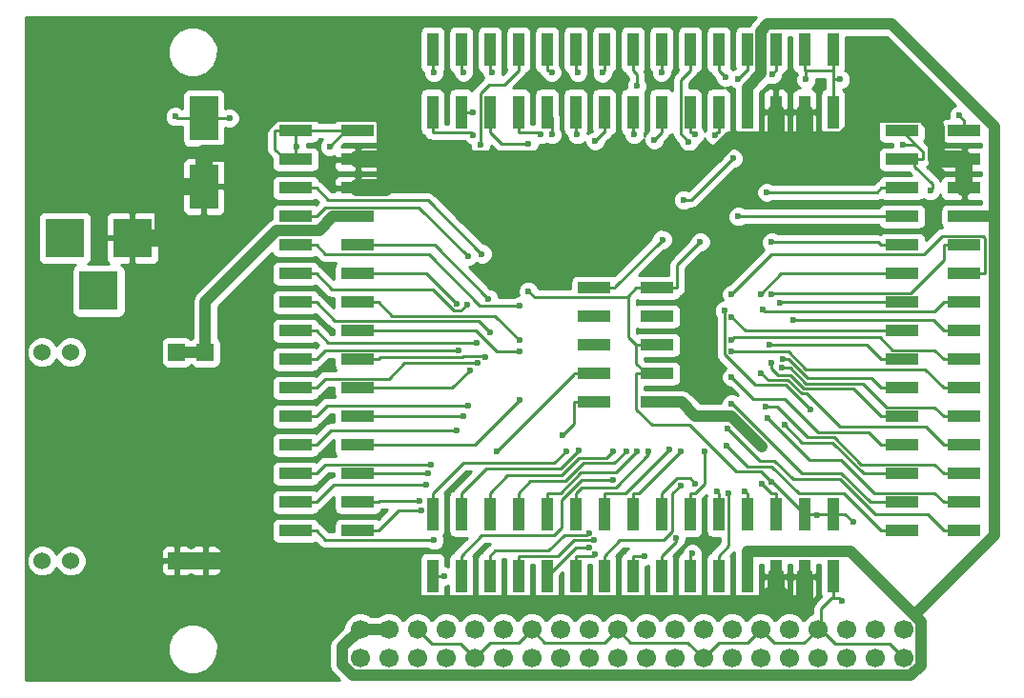
<source format=gtl>
G04 #@! TF.FileFunction,Copper,L1,Top,Signal*
%FSLAX46Y46*%
G04 Gerber Fmt 4.6, Leading zero omitted, Abs format (unit mm)*
G04 Created by KiCad (PCBNEW 4.0.6) date 06/24/17 11:35:38*
%MOMM*%
%LPD*%
G01*
G04 APERTURE LIST*
%ADD10C,0.100000*%
%ADD11R,1.524000X1.524000*%
%ADD12C,1.524000*%
%ADD13R,3.500000X3.500000*%
%ADD14R,2.500000X4.000000*%
%ADD15R,3.000000X1.000000*%
%ADD16R,1.000000X3.000000*%
%ADD17C,1.700000*%
%ADD18C,0.600000*%
%ADD19C,1.000000*%
%ADD20C,0.250000*%
%ADD21C,1.500000*%
%ADD22C,0.254000*%
G04 APERTURE END LIST*
D10*
D11*
X16637000Y11303000D03*
X14097000Y11303000D03*
D12*
X2159000Y11303000D03*
X4699000Y11303000D03*
D11*
X16637000Y29845000D03*
X14097000Y29845000D03*
D12*
X2159000Y29845000D03*
X4699000Y29845000D03*
D13*
X10160000Y40005000D03*
X4160000Y40005000D03*
X7160000Y35305000D03*
D14*
X16510000Y44575000D03*
X16510000Y50675000D03*
D15*
X56745000Y25400000D03*
X51205000Y25400000D03*
X56745000Y27940000D03*
X51205000Y27940000D03*
X56745000Y30480000D03*
X51205000Y30480000D03*
X56745000Y33020000D03*
X51205000Y33020000D03*
X56745000Y35560000D03*
X51205000Y35560000D03*
D16*
X72390000Y56745000D03*
X72390000Y51205000D03*
X69850000Y56745000D03*
X69850000Y51205000D03*
X67310000Y56745000D03*
X67310000Y51205000D03*
X64770000Y56745000D03*
X64770000Y51205000D03*
X62230000Y56745000D03*
X62230000Y51205000D03*
X59690000Y56745000D03*
X59690000Y51205000D03*
X57150000Y56745000D03*
X57150000Y51205000D03*
X54610000Y56745000D03*
X54610000Y51205000D03*
X52070000Y56745000D03*
X52070000Y51205000D03*
X49530000Y56745000D03*
X49530000Y51205000D03*
X46990000Y56745000D03*
X46990000Y51205000D03*
X44450000Y56745000D03*
X44450000Y51205000D03*
X41910000Y56745000D03*
X41910000Y51205000D03*
X39370000Y56745000D03*
X39370000Y51205000D03*
X36830000Y56745000D03*
X36830000Y51205000D03*
X72390000Y15470000D03*
X72390000Y9930000D03*
X69850000Y15470000D03*
X69850000Y9930000D03*
X67310000Y15470000D03*
X67310000Y9930000D03*
X64770000Y15470000D03*
X64770000Y9930000D03*
X62230000Y15470000D03*
X62230000Y9930000D03*
X59690000Y15470000D03*
X59690000Y9930000D03*
X57150000Y15470000D03*
X57150000Y9930000D03*
X54610000Y15470000D03*
X54610000Y9930000D03*
X52070000Y15470000D03*
X52070000Y9930000D03*
X49530000Y15470000D03*
X49530000Y9930000D03*
X46990000Y15470000D03*
X46990000Y9930000D03*
X44450000Y15470000D03*
X44450000Y9930000D03*
X41910000Y15470000D03*
X41910000Y9930000D03*
X39370000Y15470000D03*
X39370000Y9930000D03*
X36830000Y15470000D03*
X36830000Y9930000D03*
D15*
X78510000Y49530000D03*
X84050000Y49530000D03*
X78510000Y46990000D03*
X84050000Y46990000D03*
X78510000Y44450000D03*
X84050000Y44450000D03*
X78510000Y41910000D03*
X84050000Y41910000D03*
X78510000Y39370000D03*
X84050000Y39370000D03*
X78510000Y36830000D03*
X84050000Y36830000D03*
X78510000Y34290000D03*
X84050000Y34290000D03*
X78510000Y31750000D03*
X84050000Y31750000D03*
X78510000Y29210000D03*
X84050000Y29210000D03*
X78510000Y26670000D03*
X84050000Y26670000D03*
X78510000Y24130000D03*
X84050000Y24130000D03*
X78510000Y21590000D03*
X84050000Y21590000D03*
X78510000Y19050000D03*
X84050000Y19050000D03*
X78510000Y16510000D03*
X84050000Y16510000D03*
X78510000Y13970000D03*
X84050000Y13970000D03*
X24662000Y49530000D03*
X30202000Y49530000D03*
X24662000Y46990000D03*
X30202000Y46990000D03*
X24662000Y44450000D03*
X30202000Y44450000D03*
X24662000Y41910000D03*
X30202000Y41910000D03*
X24662000Y39370000D03*
X30202000Y39370000D03*
X24662000Y36830000D03*
X30202000Y36830000D03*
X24662000Y34290000D03*
X30202000Y34290000D03*
X24662000Y31750000D03*
X30202000Y31750000D03*
X24662000Y29210000D03*
X30202000Y29210000D03*
X24662000Y26670000D03*
X30202000Y26670000D03*
X24662000Y24130000D03*
X30202000Y24130000D03*
X24662000Y21590000D03*
X30202000Y21590000D03*
X24662000Y19050000D03*
X30202000Y19050000D03*
X24662000Y16510000D03*
X30202000Y16510000D03*
X24662000Y13970000D03*
X30202000Y13970000D03*
D17*
X30386000Y2690000D03*
X30385000Y5230000D03*
X32925000Y2690000D03*
X32925000Y5230000D03*
X35465000Y2690000D03*
X35465000Y5230000D03*
X38005000Y2690000D03*
X38005000Y5230000D03*
X40545000Y2690000D03*
X40545000Y5230000D03*
X43085000Y2690000D03*
X43085000Y5230000D03*
X45625000Y2690000D03*
X45625000Y5230000D03*
X48165000Y2690000D03*
X48165000Y5230000D03*
X50705000Y2690000D03*
X50705000Y5230000D03*
X53245000Y2690000D03*
X53245000Y5230000D03*
X55785000Y2690000D03*
X55785000Y5230000D03*
X58325000Y2690000D03*
X58325000Y5230000D03*
X60865000Y2690000D03*
X60865000Y5230000D03*
X63405000Y2690000D03*
X63405000Y5230000D03*
X65945000Y2690000D03*
X65945000Y5230000D03*
X68485000Y2690000D03*
X68485000Y5230000D03*
X71025000Y2690000D03*
X71025000Y5230000D03*
X73565000Y2690000D03*
X73565000Y5230000D03*
X76105000Y2690000D03*
X76105000Y5230000D03*
X78645000Y2690000D03*
X78645000Y5230000D03*
D18*
X58945300Y25400000D03*
X66032300Y21485700D03*
X83566000Y50927000D03*
X13970000Y50800000D03*
X18796000Y50673000D03*
X74168000Y14732000D03*
X70993000Y15367000D03*
X73152000Y7747000D03*
X73025000Y54102000D03*
X69977000Y54102000D03*
X78613000Y48260000D03*
X81026000Y44196000D03*
X24765000Y48133000D03*
X27686000Y48133000D03*
X60603400Y39654600D03*
X66918200Y18286100D03*
X45325200Y35280100D03*
X62725300Y33521800D03*
X70419500Y24781300D03*
X48387000Y22479000D03*
X42521800Y21072900D03*
X57221100Y39866800D03*
X66998200Y54530200D03*
X63923700Y54173700D03*
X63513400Y47072300D03*
X59095200Y43372200D03*
X62873400Y54268200D03*
X61885000Y49164500D03*
X59587900Y48553700D03*
X60121800Y49185700D03*
X57150000Y54726400D03*
X56516800Y48746500D03*
X54953600Y53511000D03*
X54715500Y49187700D03*
X51907300Y54689900D03*
X51265100Y48627900D03*
X49736300Y54713400D03*
X49678700Y49201100D03*
X47399000Y54730700D03*
X47416000Y49200300D03*
X41067600Y48263500D03*
X46461800Y49193200D03*
X42105900Y54723800D03*
X45361700Y48376000D03*
X39565900Y54723800D03*
X40406200Y51157400D03*
X36937500Y54698900D03*
X40429300Y49157700D03*
X66077600Y18120300D03*
X64579500Y17485800D03*
X62047400Y17477900D03*
X63138800Y17288800D03*
X61027300Y21071100D03*
X59877200Y11942500D03*
X60158000Y18185000D03*
X58412700Y13304900D03*
X58906600Y21060300D03*
X55622600Y11755300D03*
X57861900Y21233900D03*
X58873400Y18022600D03*
X56022300Y21056000D03*
X51280400Y11848400D03*
X55016200Y21056600D03*
X50711500Y12497300D03*
X54010100Y21061200D03*
X51193000Y13149500D03*
X52878100Y21061300D03*
X50701900Y13791500D03*
X49843500Y21152500D03*
X52876200Y18502600D03*
X48675100Y21070400D03*
X37846400Y9930000D03*
X66492300Y44054400D03*
X63991100Y41910000D03*
X66944900Y39618900D03*
X66909100Y35015600D03*
X65977100Y35028200D03*
X63359300Y34988400D03*
X67709000Y34215700D03*
X66126500Y33618100D03*
X63375600Y32998600D03*
X68857000Y32709100D03*
X66733100Y30527900D03*
X63390100Y30947100D03*
X67896900Y29261100D03*
X63388200Y29886400D03*
X66945300Y28914100D03*
X67827300Y28460700D03*
X63374000Y27635000D03*
X66019800Y27995800D03*
X68068700Y23387600D03*
X66415600Y24985000D03*
X63397700Y25224100D03*
X66594700Y23976800D03*
X62946200Y21563300D03*
X63029000Y23074300D03*
X41215000Y38599700D03*
X39947900Y38353600D03*
X44562600Y33977800D03*
X41801600Y34603100D03*
X39916300Y34108600D03*
X38959900Y34154300D03*
X41974800Y31599000D03*
X44567800Y30908900D03*
X40783300Y30726100D03*
X44583500Y29913500D03*
X39122400Y30035300D03*
X41528000Y29454200D03*
X40841400Y28872600D03*
X40128600Y28213700D03*
X39953700Y25132300D03*
X39588700Y24130000D03*
X38994500Y22878700D03*
X44553800Y25595400D03*
X36652200Y19875300D03*
X36431100Y19050000D03*
X36250500Y18059100D03*
X35704200Y16598600D03*
X36975800Y13144700D03*
X35812000Y15767100D03*
D19*
X56745000Y25400000D02*
X58945300Y25400000D01*
X60144200Y24201100D02*
X58945300Y25400000D01*
X63316900Y24201100D02*
X60144200Y24201100D01*
X66032300Y21485700D02*
X63316900Y24201100D01*
D20*
X84050000Y49530000D02*
X84050000Y50443000D01*
X84050000Y50443000D02*
X83566000Y50927000D01*
X16510000Y50675000D02*
X14095000Y50675000D01*
X14095000Y50675000D02*
X13970000Y50800000D01*
X16510000Y50675000D02*
X18794000Y50675000D01*
X18794000Y50675000D02*
X18796000Y50673000D01*
X24662000Y46990000D02*
X24662000Y48030000D01*
X24662000Y48030000D02*
X24765000Y48133000D01*
X72390000Y15470000D02*
X73430000Y15470000D01*
X73430000Y15470000D02*
X74168000Y14732000D01*
X72390000Y15470000D02*
X71096000Y15470000D01*
X70890000Y15470000D02*
X70993000Y15367000D01*
X70890000Y15470000D02*
X69850000Y15470000D01*
X71096000Y15470000D02*
X70993000Y15367000D01*
X72274650Y7989350D02*
X72909650Y7989350D01*
X72909650Y7989350D02*
X73152000Y7747000D01*
X72390000Y54102000D02*
X73025000Y54102000D01*
X69977000Y54919700D02*
X69977000Y54102000D01*
X79704500Y48335500D02*
X78688500Y48335500D01*
X78688500Y48335500D02*
X78613000Y48260000D01*
X81244450Y44795450D02*
X81244450Y44414450D01*
X81244450Y44414450D02*
X81026000Y44196000D01*
X24662000Y49530000D02*
X24662000Y48236000D01*
X24662000Y48236000D02*
X24765000Y48133000D01*
X27686000Y48133000D02*
X29083000Y49530000D01*
X29083000Y49530000D02*
X30202000Y49530000D01*
X30202000Y49530000D02*
X26487300Y49530000D01*
X25574700Y49530000D02*
X26487300Y49530000D01*
X25574700Y49530000D02*
X24662000Y49530000D01*
X72390000Y51205000D02*
X72390000Y53030300D01*
X69850000Y56745000D02*
X69850000Y54919700D01*
X72390000Y56745000D02*
X72390000Y54919700D01*
X69850000Y54919700D02*
X69977000Y54919700D01*
X69977000Y54919700D02*
X72390000Y54919700D01*
X72390000Y53030300D02*
X72390000Y54102000D01*
X72390000Y54102000D02*
X72390000Y54919700D01*
X78966400Y46990000D02*
X78510000Y46990000D01*
X24662000Y46990000D02*
X23749400Y46990000D01*
X22836700Y47902700D02*
X22836700Y49530000D01*
X23749400Y46990000D02*
X22836700Y47902700D01*
X24662000Y49530000D02*
X22836700Y49530000D01*
X72390000Y9930000D02*
X72390000Y8104700D01*
X71324100Y7038800D02*
X72274650Y7989350D01*
X72274650Y7989350D02*
X72390000Y8104700D01*
X71324100Y5230000D02*
X71324100Y7038800D01*
X78966400Y46990000D02*
X79650900Y46990000D01*
X79650900Y46990000D02*
X80335300Y46990000D01*
X79650900Y46389000D02*
X81244450Y44795450D01*
X79650900Y46990000D02*
X79650900Y46389000D01*
X80335300Y47704700D02*
X80335300Y46990000D01*
X78510000Y49530000D02*
X79704500Y48335500D01*
X79704500Y48335500D02*
X80335300Y47704700D01*
X39275000Y3960000D02*
X40545000Y2690000D01*
X36735000Y3960000D02*
X39275000Y3960000D01*
X35465000Y5230000D02*
X36735000Y3960000D01*
X41909600Y4054600D02*
X40545000Y2690000D01*
X44449600Y4054600D02*
X41909600Y4054600D01*
X45625000Y5230000D02*
X44449600Y4054600D01*
X65940200Y19264100D02*
X66918200Y18286100D01*
X63768800Y19264100D02*
X65940200Y19264100D01*
X59657200Y23375700D02*
X63768800Y19264100D01*
X56309200Y23375700D02*
X59657200Y23375700D01*
X54919700Y24765200D02*
X56309200Y23375700D01*
X54919700Y27940000D02*
X54919700Y24765200D01*
X72594100Y3960000D02*
X71324100Y5230000D01*
X77375000Y3960000D02*
X72594100Y3960000D01*
X78645000Y2690000D02*
X77375000Y3960000D01*
X62229600Y4054600D02*
X60865000Y2690000D01*
X64769600Y4054600D02*
X62229600Y4054600D01*
X65945000Y5230000D02*
X64769600Y4054600D01*
X71025000Y5230000D02*
X71324100Y5230000D01*
X67143700Y4031300D02*
X65945000Y5230000D01*
X69826300Y4031300D02*
X67143700Y4031300D01*
X71025000Y5230000D02*
X69826300Y4031300D01*
X67033900Y18286100D02*
X69850000Y15470000D01*
X66918200Y18286100D02*
X67033900Y18286100D01*
X56745000Y35560000D02*
X54919700Y35560000D01*
X58570300Y37621500D02*
X58570300Y35560000D01*
X60603400Y39654600D02*
X58570300Y37621500D01*
X56745000Y35560000D02*
X58570300Y35560000D01*
X52069600Y4054600D02*
X53245000Y5230000D01*
X46800400Y4054600D02*
X52069600Y4054600D01*
X45625000Y5230000D02*
X46800400Y4054600D01*
X59500400Y4054600D02*
X60865000Y2690000D01*
X54420400Y4054600D02*
X59500400Y4054600D01*
X53245000Y5230000D02*
X54420400Y4054600D01*
X56745000Y27940000D02*
X55832400Y27940000D01*
X55832400Y27940000D02*
X54919700Y27940000D01*
X54919700Y28852700D02*
X54919700Y30480000D01*
X55832400Y27940000D02*
X54919700Y28852700D01*
X56745000Y30480000D02*
X54919700Y30480000D01*
X45873500Y34731800D02*
X45325200Y35280100D01*
X54212100Y34731800D02*
X45873500Y34731800D01*
X54212100Y34852400D02*
X54212100Y34731800D01*
X54919700Y35560000D02*
X54212100Y34852400D01*
X54212100Y31187600D02*
X54919700Y30480000D01*
X54212100Y34731800D02*
X54212100Y31187600D01*
D21*
X69850000Y51205000D02*
X69850000Y48754700D01*
X12860300Y43125600D02*
X14309700Y44575000D01*
X12860300Y40005000D02*
X12860300Y43125600D01*
X10160000Y40005000D02*
X12860300Y40005000D01*
X16510000Y44575000D02*
X14309700Y44575000D01*
X30202000Y46990000D02*
X32652300Y46990000D01*
X67310000Y51205000D02*
X67310000Y48754700D01*
X84050000Y46990000D02*
X81599700Y46990000D01*
X81599700Y49823100D02*
X81599700Y46990000D01*
X80442400Y50980400D02*
X81599700Y49823100D01*
X75515700Y50980400D02*
X80442400Y50980400D01*
X73290000Y48754700D02*
X75515700Y50980400D01*
X69850000Y48754700D02*
X73290000Y48754700D01*
X84050000Y44450000D02*
X84050000Y46990000D01*
X30202000Y44450000D02*
X32652300Y44450000D01*
X67310000Y9930000D02*
X67310000Y8704900D01*
X69850000Y9930000D02*
X69850000Y7479700D01*
X14097000Y11303000D02*
X16637000Y11303000D01*
X68535200Y7479700D02*
X69850000Y7479700D01*
X67310000Y8704900D02*
X68535200Y7479700D01*
X16637000Y11303000D02*
X18349300Y11303000D01*
X22182600Y7469700D02*
X18349300Y11303000D01*
X66074800Y7469700D02*
X22182600Y7469700D01*
X67310000Y8704900D02*
X66074800Y7469700D01*
X19304900Y47525300D02*
X16510000Y47525300D01*
X22828900Y51049300D02*
X19304900Y47525300D01*
X32084700Y51049300D02*
X22828900Y51049300D01*
X32652300Y50481700D02*
X32084700Y51049300D01*
X32652300Y46990000D02*
X32652300Y50481700D01*
X16510000Y44575000D02*
X16510000Y47525300D01*
X32652300Y44450000D02*
X32652300Y46990000D01*
X67310000Y48754700D02*
X69850000Y48754700D01*
X63302700Y48754700D02*
X67310000Y48754700D01*
X61538000Y46990000D02*
X63302700Y48754700D01*
X32652300Y46990000D02*
X61538000Y46990000D01*
D19*
X64770000Y9930000D02*
X64770000Y12130300D01*
X14097000Y29845000D02*
X15559300Y29845000D01*
X16637000Y29845000D02*
X15559300Y29845000D01*
X84050000Y41910000D02*
X86250300Y41910000D01*
X73944300Y12130300D02*
X79580800Y6493900D01*
X64770000Y12130300D02*
X73944300Y12130300D01*
X86250300Y41910000D02*
X86705100Y41910000D01*
X86705100Y49916200D02*
X86705100Y41910000D01*
X77610800Y59010500D02*
X86705100Y49916200D01*
X66574600Y59010500D02*
X77610800Y59010500D01*
X65970300Y58406200D02*
X66574600Y59010500D01*
X65970300Y54605600D02*
X65970300Y58406200D01*
X64770000Y53405300D02*
X65970300Y54605600D01*
X86705100Y13618200D02*
X79580800Y6493900D01*
X86705100Y41910000D02*
X86705100Y13618200D01*
X64770000Y51205000D02*
X64770000Y53405300D01*
X16637000Y34336300D02*
X16637000Y29845000D01*
X23010300Y40709600D02*
X16637000Y34336300D01*
X26801300Y40709600D02*
X23010300Y40709600D01*
X28001700Y41910000D02*
X26801300Y40709600D01*
X30202000Y41910000D02*
X28001700Y41910000D01*
X30385000Y5229900D02*
X30385000Y5230000D01*
X28791000Y3635900D02*
X30385000Y5229900D01*
X28791000Y2070400D02*
X28791000Y3635900D01*
X29763200Y1098200D02*
X28791000Y2070400D01*
X79303000Y1098200D02*
X29763200Y1098200D01*
X80217900Y2013100D02*
X79303000Y1098200D01*
X80217900Y5856700D02*
X80217900Y2013100D01*
X79580800Y6493900D02*
X80217900Y5856700D01*
X30385000Y5230000D02*
X32925000Y5230000D01*
D20*
X70354000Y24781300D02*
X70419500Y24781300D01*
X68200600Y26934700D02*
X70354000Y24781300D01*
X65450800Y26934700D02*
X68200600Y26934700D01*
X62725300Y29660200D02*
X65450800Y26934700D01*
X62725300Y33521800D02*
X62725300Y29660200D01*
X51205000Y25400000D02*
X49379700Y25400000D01*
X49379700Y23506200D02*
X48387000Y22479000D01*
X49379700Y25400000D02*
X49379700Y23506200D01*
X51205000Y27940000D02*
X49379700Y27940000D01*
X49379700Y27930800D02*
X42521800Y21072900D01*
X49379700Y27940000D02*
X49379700Y27930800D01*
X53030300Y35676000D02*
X53030300Y35560000D01*
X57221100Y39866800D02*
X53030300Y35676000D01*
X51205000Y35560000D02*
X53030300Y35560000D01*
X66998200Y54607900D02*
X66998200Y54530200D01*
X67310000Y54919700D02*
X66998200Y54607900D01*
X67310000Y56745000D02*
X67310000Y54919700D01*
X64669700Y54919700D02*
X63923700Y54173700D01*
X64770000Y54919700D02*
X64669700Y54919700D01*
X64770000Y56745000D02*
X64770000Y54919700D01*
X59813300Y43372200D02*
X59095200Y43372200D01*
X63513400Y47072300D02*
X59813300Y43372200D01*
X62873400Y54276300D02*
X62873400Y54268200D01*
X62230000Y54919700D02*
X62873400Y54276300D01*
X62230000Y56745000D02*
X62230000Y54919700D01*
X62230000Y51205000D02*
X62230000Y49379700D01*
X62100200Y49379700D02*
X61885000Y49164500D01*
X62230000Y49379700D02*
X62100200Y49379700D01*
X59690000Y56745000D02*
X59690000Y54919700D01*
X58864600Y49277000D02*
X59587900Y48553700D01*
X58864600Y54094300D02*
X58864600Y49277000D01*
X59690000Y54919700D02*
X58864600Y54094300D01*
X59927800Y49379700D02*
X60121800Y49185700D01*
X59690000Y49379700D02*
X59927800Y49379700D01*
X59690000Y51205000D02*
X59690000Y49379700D01*
X57150000Y56745000D02*
X57150000Y54726400D01*
X57150000Y51205000D02*
X57150000Y49379700D01*
X57150000Y49379700D02*
X56516800Y48746500D01*
X54610000Y56745000D02*
X54610000Y54919700D01*
X54953600Y54576100D02*
X54953600Y53511000D01*
X54610000Y54919700D02*
X54953600Y54576100D01*
X54715500Y49274200D02*
X54715500Y49187700D01*
X54610000Y49379700D02*
X54715500Y49274200D01*
X54610000Y51205000D02*
X54610000Y49379700D01*
X52070000Y56745000D02*
X52070000Y54919700D01*
X51907300Y54757000D02*
X51907300Y54689900D01*
X52070000Y54919700D02*
X51907300Y54757000D01*
X52070000Y51205000D02*
X52070000Y49379700D01*
X52016900Y49379700D02*
X51265100Y48627900D01*
X52070000Y49379700D02*
X52016900Y49379700D01*
X49530000Y56745000D02*
X49530000Y54919700D01*
X49530000Y54919700D02*
X49736300Y54713400D01*
X49678700Y49231000D02*
X49678700Y49201100D01*
X49530000Y49379700D02*
X49678700Y49231000D01*
X49530000Y51205000D02*
X49530000Y49379700D01*
X47210000Y54919700D02*
X47399000Y54730700D01*
X46990000Y54919700D02*
X47210000Y54919700D01*
X46990000Y56745000D02*
X46990000Y54919700D01*
X47416000Y50779000D02*
X47416000Y49200300D01*
X46990000Y51205000D02*
X47416000Y50779000D01*
X44450000Y56745000D02*
X44450000Y54919700D01*
X41067600Y52877000D02*
X41067600Y48263500D01*
X41829200Y53638600D02*
X41067600Y52877000D01*
X43168900Y53638600D02*
X41829200Y53638600D01*
X44450000Y54919700D02*
X43168900Y53638600D01*
X44450000Y51205000D02*
X44450000Y49379700D01*
X46275300Y49379700D02*
X46461800Y49193200D01*
X44450000Y49379700D02*
X46275300Y49379700D01*
X41910000Y56745000D02*
X41910000Y54919700D01*
X41910000Y54919700D02*
X42105900Y54723800D01*
X41910000Y51205000D02*
X41910000Y49379700D01*
X42913700Y48376000D02*
X45361700Y48376000D01*
X41910000Y49379700D02*
X42913700Y48376000D01*
X39370000Y56745000D02*
X39370000Y54919700D01*
X39370000Y54919700D02*
X39565900Y54723800D01*
X40358600Y51205000D02*
X40406200Y51157400D01*
X39370000Y51205000D02*
X40358600Y51205000D01*
X36937500Y54812200D02*
X36937500Y54698900D01*
X36830000Y54919700D02*
X36937500Y54812200D01*
X36830000Y56745000D02*
X36830000Y54919700D01*
X36830000Y51205000D02*
X36830000Y49379700D01*
X40207300Y49379700D02*
X40429300Y49157700D01*
X36830000Y49379700D02*
X40207300Y49379700D01*
X67310000Y15470000D02*
X67310000Y17295300D01*
X66902600Y17295300D02*
X66077600Y18120300D01*
X67310000Y17295300D02*
X66902600Y17295300D01*
X64770000Y15470000D02*
X64770000Y17295300D01*
X64770000Y17295300D02*
X64579500Y17485800D01*
X62230000Y15470000D02*
X62230000Y17295300D01*
X62230000Y17295300D02*
X62047400Y17477900D01*
X62230000Y9930000D02*
X62230000Y11755300D01*
X63138800Y12664100D02*
X63138800Y17288800D01*
X62230000Y11755300D02*
X63138800Y12664100D01*
X59690000Y15470000D02*
X59690000Y17295300D01*
X61027300Y18149800D02*
X61027300Y21071100D01*
X60172800Y17295300D02*
X61027300Y18149800D01*
X59690000Y17295300D02*
X60172800Y17295300D01*
X59690000Y9930000D02*
X59690000Y11755300D01*
X59690000Y11755300D02*
X59877200Y11942500D01*
X57150000Y15470000D02*
X57150000Y17295300D01*
X59692800Y18650200D02*
X60158000Y18185000D01*
X58504900Y18650200D02*
X59692800Y18650200D01*
X57150000Y17295300D02*
X58504900Y18650200D01*
X58412600Y13304900D02*
X58412700Y13304900D01*
X58412600Y13017900D02*
X58412600Y13304900D01*
X57150000Y11755300D02*
X58412600Y13017900D01*
X57150000Y9930000D02*
X57150000Y11755300D01*
X54610000Y15470000D02*
X54610000Y17295300D01*
X55141600Y17295300D02*
X58906600Y21060300D01*
X54610000Y17295300D02*
X55141600Y17295300D01*
X54610000Y9930000D02*
X54610000Y11755300D01*
X54610000Y11755300D02*
X55622600Y11755300D01*
X52070000Y15470000D02*
X52070000Y17295300D01*
X53923300Y17295300D02*
X57861900Y21233900D01*
X52070000Y17295300D02*
X53923300Y17295300D01*
X58146200Y17295400D02*
X58873400Y18022600D01*
X58146200Y13935100D02*
X58146200Y17295400D01*
X57383100Y13172000D02*
X58146200Y13935100D01*
X53486700Y13172000D02*
X57383100Y13172000D01*
X52070000Y11755300D02*
X53486700Y13172000D01*
X52070000Y9930000D02*
X52070000Y11755300D01*
X49530000Y15470000D02*
X49530000Y17295300D01*
X56022300Y20743300D02*
X56022300Y21056000D01*
X53070800Y17791800D02*
X56022300Y20743300D01*
X50026500Y17791800D02*
X53070800Y17791800D01*
X49530000Y17295300D02*
X50026500Y17791800D01*
X49530000Y9930000D02*
X49530000Y11755300D01*
X51187300Y11755300D02*
X51280400Y11848400D01*
X49530000Y11755300D02*
X51187300Y11755300D01*
X46990000Y15470000D02*
X46990000Y17295300D01*
X53087500Y19127900D02*
X55016200Y21056600D01*
X50006000Y19127900D02*
X53087500Y19127900D01*
X48173400Y17295300D02*
X50006000Y19127900D01*
X46990000Y17295300D02*
X48173400Y17295300D01*
X49557300Y12497300D02*
X50711500Y12497300D01*
X46990000Y9930000D02*
X49557300Y12497300D01*
X44450000Y15470000D02*
X44450000Y17295300D01*
X52944800Y19995900D02*
X54010100Y21061200D01*
X50208400Y19995900D02*
X52944800Y19995900D01*
X48590600Y18378100D02*
X50208400Y19995900D01*
X45532800Y18378100D02*
X48590600Y18378100D01*
X44450000Y17295300D02*
X45532800Y18378100D01*
X44450000Y9930000D02*
X44450000Y11755300D01*
X49374500Y13149500D02*
X51193000Y13149500D01*
X47980300Y11755300D02*
X49374500Y13149500D01*
X44450000Y11755300D02*
X47980300Y11755300D01*
X41910000Y15470000D02*
X41910000Y17295300D01*
X52263100Y20446300D02*
X52878100Y21061300D01*
X49819300Y20446300D02*
X52263100Y20446300D01*
X48256000Y18883000D02*
X49819300Y20446300D01*
X43497700Y18883000D02*
X48256000Y18883000D01*
X41910000Y17295300D02*
X43497700Y18883000D01*
X41910000Y9930000D02*
X41910000Y11755300D01*
X50510300Y13599900D02*
X50701900Y13791500D01*
X48503600Y13599900D02*
X50510300Y13599900D01*
X47109400Y12205700D02*
X48503600Y13599900D01*
X42360400Y12205700D02*
X47109400Y12205700D01*
X41910000Y11755300D02*
X42360400Y12205700D01*
X39370000Y15470000D02*
X39370000Y17295300D01*
X41594600Y19519900D02*
X39370000Y17295300D01*
X41594600Y19520000D02*
X41594600Y19519900D01*
X48211000Y19520000D02*
X41594600Y19520000D01*
X49843500Y21152500D02*
X48211000Y19520000D01*
X39370000Y9930000D02*
X39370000Y11755300D01*
X50065400Y18502600D02*
X52876200Y18502600D01*
X48260100Y16697300D02*
X50065400Y18502600D01*
X48260100Y14227100D02*
X48260100Y16697300D01*
X47632900Y13599900D02*
X48260100Y14227100D01*
X41214600Y13599900D02*
X47632900Y13599900D01*
X39370000Y11755300D02*
X41214600Y13599900D01*
X36830000Y15470000D02*
X36830000Y17295300D01*
X39543400Y20008700D02*
X36830000Y17295300D01*
X47613400Y20008700D02*
X39543400Y20008700D01*
X48675100Y21070400D02*
X47613400Y20008700D01*
X36830000Y9930000D02*
X37846400Y9930000D01*
X78510000Y44450000D02*
X76684700Y44450000D01*
X76289100Y44054400D02*
X66492300Y44054400D01*
X76684700Y44450000D02*
X76289100Y44054400D01*
X78510000Y41910000D02*
X63991100Y41910000D01*
X76435800Y39618900D02*
X66944900Y39618900D01*
X76684700Y39370000D02*
X76435800Y39618900D01*
X78510000Y39370000D02*
X76684700Y39370000D01*
X84050000Y39370000D02*
X82224700Y39370000D01*
X67008900Y35115400D02*
X66909100Y35015600D01*
X79295400Y35115400D02*
X67008900Y35115400D01*
X82224700Y38044700D02*
X79295400Y35115400D01*
X82224700Y39370000D02*
X82224700Y38044700D01*
X67778900Y36830000D02*
X65977100Y35028200D01*
X78510000Y36830000D02*
X67778900Y36830000D01*
X84050000Y36830000D02*
X85875300Y36830000D01*
X66915500Y38544600D02*
X63359300Y34988400D01*
X80428700Y38544600D02*
X66915500Y38544600D01*
X82079500Y40195400D02*
X80428700Y38544600D01*
X85689000Y40195400D02*
X82079500Y40195400D01*
X85875300Y40009100D02*
X85689000Y40195400D01*
X85875300Y36830000D02*
X85875300Y40009100D01*
X78510000Y34290000D02*
X76684700Y34290000D01*
X67783300Y34290000D02*
X67709000Y34215700D01*
X76684700Y34290000D02*
X67783300Y34290000D01*
X66279900Y33464700D02*
X66126500Y33618100D01*
X81399400Y33464700D02*
X66279900Y33464700D01*
X82224700Y34290000D02*
X81399400Y33464700D01*
X84050000Y34290000D02*
X82224700Y34290000D01*
X78510000Y31750000D02*
X76684700Y31750000D01*
X64624200Y31750000D02*
X63375600Y32998600D01*
X76684700Y31750000D02*
X64624200Y31750000D01*
X84050000Y31750000D02*
X82224700Y31750000D01*
X81265600Y32709100D02*
X68857000Y32709100D01*
X82224700Y31750000D02*
X81265600Y32709100D01*
X78510000Y29210000D02*
X76684700Y29210000D01*
X75366800Y30527900D02*
X66733100Y30527900D01*
X76684700Y29210000D02*
X75366800Y30527900D01*
X84050000Y29210000D02*
X82224700Y29210000D01*
X63596300Y31153300D02*
X63390100Y30947100D01*
X76572000Y31153300D02*
X63596300Y31153300D01*
X77690000Y30035300D02*
X76572000Y31153300D01*
X81399400Y30035300D02*
X77690000Y30035300D01*
X82224700Y29210000D02*
X81399400Y30035300D01*
X78510000Y26670000D02*
X76684700Y26670000D01*
X68421800Y29261100D02*
X67896900Y29261100D01*
X70149900Y27533000D02*
X68421800Y29261100D01*
X75821700Y27533000D02*
X70149900Y27533000D01*
X76684700Y26670000D02*
X75821700Y27533000D01*
X84050000Y26670000D02*
X82224700Y26670000D01*
X68433400Y29886400D02*
X63388200Y29886400D01*
X69991700Y28328100D02*
X68433400Y29886400D01*
X80566600Y28328100D02*
X69991700Y28328100D01*
X82224700Y26670000D02*
X80566600Y28328100D01*
X78510000Y24130000D02*
X76684700Y24130000D01*
X66945300Y28415400D02*
X66945300Y28914100D01*
X67525400Y27835300D02*
X66945300Y28415400D01*
X68573800Y27835300D02*
X67525400Y27835300D01*
X69776700Y26632400D02*
X68573800Y27835300D01*
X74182300Y26632400D02*
X69776700Y26632400D01*
X76684700Y24130000D02*
X74182300Y26632400D01*
X84050000Y24130000D02*
X82224700Y24130000D01*
X68585300Y28460700D02*
X67827300Y28460700D01*
X69963300Y27082700D02*
X68585300Y28460700D01*
X75007600Y27082700D02*
X69963300Y27082700D01*
X77135000Y24955300D02*
X75007600Y27082700D01*
X81399400Y24955300D02*
X77135000Y24955300D01*
X82224700Y24130000D02*
X81399400Y24955300D01*
X78510000Y21590000D02*
X76684700Y21590000D01*
X65279700Y25729300D02*
X63374000Y27635000D01*
X68088400Y25729300D02*
X65279700Y25729300D01*
X71101900Y22715800D02*
X68088400Y25729300D01*
X75558900Y22715800D02*
X71101900Y22715800D01*
X76684700Y21590000D02*
X75558900Y22715800D01*
X84050000Y21590000D02*
X82224700Y21590000D01*
X66630600Y27385000D02*
X66019800Y27995800D01*
X68387200Y27385000D02*
X66630600Y27385000D01*
X69590100Y26182100D02*
X68387200Y27385000D01*
X70032000Y26182100D02*
X69590100Y26182100D01*
X72989000Y23225100D02*
X70032000Y26182100D01*
X80589600Y23225100D02*
X72989000Y23225100D01*
X82224700Y21590000D02*
X80589600Y23225100D01*
X78510000Y19050000D02*
X76684700Y19050000D01*
X69641100Y21815200D02*
X68068700Y23387600D01*
X72324000Y21815200D02*
X69641100Y21815200D01*
X75089200Y19050000D02*
X72324000Y21815200D01*
X76684700Y19050000D02*
X75089200Y19050000D01*
X84050000Y19050000D02*
X82224700Y19050000D01*
X67437300Y24985000D02*
X66415600Y24985000D01*
X70156800Y22265500D02*
X67437300Y24985000D01*
X72510600Y22265500D02*
X70156800Y22265500D01*
X74900800Y19875300D02*
X72510600Y22265500D01*
X81399400Y19875300D02*
X74900800Y19875300D01*
X82224700Y19050000D02*
X81399400Y19875300D01*
X78510000Y16510000D02*
X76684700Y16510000D01*
X63461100Y25224100D02*
X63397700Y25224100D01*
X69586000Y19099200D02*
X63461100Y25224100D01*
X73117600Y19099200D02*
X69586000Y19099200D01*
X75706800Y16510000D02*
X73117600Y19099200D01*
X76684700Y16510000D02*
X75706800Y16510000D01*
X70273600Y20297900D02*
X66594700Y23976800D01*
X73105400Y20297900D02*
X70273600Y20297900D01*
X76068000Y17335300D02*
X73105400Y20297900D01*
X81399400Y17335300D02*
X76068000Y17335300D01*
X82224700Y16510000D02*
X81399400Y17335300D01*
X84050000Y16510000D02*
X82224700Y16510000D01*
X78510000Y13970000D02*
X76684700Y13970000D01*
X64795100Y19714400D02*
X62946200Y21563300D01*
X66925400Y19714400D02*
X64795100Y19714400D01*
X69344400Y17295400D02*
X66925400Y19714400D01*
X73359300Y17295400D02*
X69344400Y17295400D01*
X76684700Y13970000D02*
X73359300Y17295400D01*
X84050000Y13970000D02*
X82224700Y13970000D01*
X65905800Y20197500D02*
X63029000Y23074300D01*
X67179600Y20197500D02*
X65905800Y20197500D01*
X68839900Y18537200D02*
X67179600Y20197500D01*
X73042700Y18537200D02*
X68839900Y18537200D01*
X76147700Y15432200D02*
X73042700Y18537200D01*
X80762500Y15432200D02*
X76147700Y15432200D01*
X82224700Y13970000D02*
X80762500Y15432200D01*
X24662000Y44450000D02*
X26487300Y44450000D01*
X36440000Y43374700D02*
X41215000Y38599700D01*
X27562600Y43374700D02*
X36440000Y43374700D01*
X26487300Y44450000D02*
X27562600Y43374700D01*
X24662000Y41910000D02*
X26487300Y41910000D01*
X35566200Y42735300D02*
X39947900Y38353600D01*
X27312600Y42735300D02*
X35566200Y42735300D01*
X26487300Y41910000D02*
X27312600Y42735300D01*
X24662000Y39370000D02*
X26487300Y39370000D01*
X41043300Y33977800D02*
X44562600Y33977800D01*
X36476400Y38544700D02*
X41043300Y33977800D01*
X27312600Y38544700D02*
X36476400Y38544700D01*
X26487300Y39370000D02*
X27312600Y38544700D01*
X30202000Y39370000D02*
X32027300Y39370000D01*
X37034700Y39370000D02*
X41801600Y34603100D01*
X32027300Y39370000D02*
X37034700Y39370000D01*
X24662000Y36830000D02*
X26487300Y36830000D01*
X39336700Y33529000D02*
X39916300Y34108600D01*
X38700900Y33529000D02*
X39336700Y33529000D01*
X36818200Y35411700D02*
X38700900Y33529000D01*
X27905600Y35411700D02*
X36818200Y35411700D01*
X26487300Y36830000D02*
X27905600Y35411700D01*
X36284200Y36830000D02*
X38959900Y34154300D01*
X30202000Y36830000D02*
X36284200Y36830000D01*
X24662000Y34290000D02*
X26487300Y34290000D01*
X40945400Y32628400D02*
X41974800Y31599000D01*
X28148900Y32628400D02*
X40945400Y32628400D01*
X26487300Y34290000D02*
X28148900Y32628400D01*
X30202000Y34290000D02*
X32027300Y34290000D01*
X42398000Y33078700D02*
X44567800Y30908900D01*
X33238600Y33078700D02*
X42398000Y33078700D01*
X32027300Y34290000D02*
X33238600Y33078700D01*
X24662000Y31750000D02*
X26487300Y31750000D01*
X27511200Y30726100D02*
X40783300Y30726100D01*
X26487300Y31750000D02*
X27511200Y30726100D01*
X42486300Y29913500D02*
X44583500Y29913500D01*
X40649800Y31750000D02*
X42486300Y29913500D01*
X30202000Y31750000D02*
X40649800Y31750000D01*
X24662000Y29210000D02*
X26487300Y29210000D01*
X27312600Y30035300D02*
X39122400Y30035300D01*
X26487300Y29210000D02*
X27312600Y30035300D01*
X30202000Y29210000D02*
X32027300Y29210000D01*
X41484300Y29497900D02*
X41528000Y29454200D01*
X39601900Y29497900D02*
X41484300Y29497900D01*
X39506000Y29402000D02*
X39601900Y29497900D01*
X32219300Y29402000D02*
X39506000Y29402000D01*
X32027300Y29210000D02*
X32219300Y29402000D01*
X24662000Y26670000D02*
X26487300Y26670000D01*
X27312600Y27495300D02*
X26487300Y26670000D01*
X32946200Y27495300D02*
X27312600Y27495300D01*
X34323500Y28872600D02*
X32946200Y27495300D01*
X40841400Y28872600D02*
X34323500Y28872600D01*
X38584900Y26670000D02*
X40128600Y28213700D01*
X30202000Y26670000D02*
X38584900Y26670000D01*
X24662000Y24130000D02*
X26487300Y24130000D01*
X27489600Y25132300D02*
X39953700Y25132300D01*
X26487300Y24130000D02*
X27489600Y25132300D01*
X30202000Y24130000D02*
X39588700Y24130000D01*
X24662000Y21590000D02*
X26487300Y21590000D01*
X27776000Y22878700D02*
X38994500Y22878700D01*
X26487300Y21590000D02*
X27776000Y22878700D01*
X40548400Y21590000D02*
X44553800Y25595400D01*
X30202000Y21590000D02*
X40548400Y21590000D01*
X24662000Y19050000D02*
X26487300Y19050000D01*
X27312600Y19875300D02*
X36652200Y19875300D01*
X26487300Y19050000D02*
X27312600Y19875300D01*
X30202000Y19050000D02*
X31914700Y19050000D01*
X31914700Y19050000D02*
X36431100Y19050000D01*
X24662000Y16510000D02*
X26487300Y16510000D01*
X28036400Y18059100D02*
X36250500Y18059100D01*
X26487300Y16510000D02*
X28036400Y18059100D01*
X32115900Y16598600D02*
X35704200Y16598600D01*
X32027300Y16510000D02*
X32115900Y16598600D01*
X30202000Y16510000D02*
X32027300Y16510000D01*
X24662000Y13970000D02*
X26487300Y13970000D01*
X27312600Y13144700D02*
X36975800Y13144700D01*
X26487300Y13970000D02*
X27312600Y13144700D01*
X30202000Y13970000D02*
X32027300Y13970000D01*
X33824400Y15767100D02*
X35812000Y15767100D01*
X32027300Y13970000D02*
X33824400Y15767100D01*
D22*
G36*
X65167734Y59208766D02*
X64956371Y58892440D01*
X64270000Y58892440D01*
X64034683Y58848162D01*
X63818559Y58709090D01*
X63673569Y58496890D01*
X63622560Y58245000D01*
X63622560Y55245000D01*
X63654694Y55074221D01*
X63467241Y54996767D01*
X63403727Y55060392D01*
X63344995Y55084780D01*
X63377440Y55245000D01*
X63377440Y58245000D01*
X63333162Y58480317D01*
X63194090Y58696441D01*
X62981890Y58841431D01*
X62730000Y58892440D01*
X61730000Y58892440D01*
X61494683Y58848162D01*
X61278559Y58709090D01*
X61133569Y58496890D01*
X61082560Y58245000D01*
X61082560Y55245000D01*
X61126838Y55009683D01*
X61265910Y54793559D01*
X61478110Y54648569D01*
X61525855Y54638900D01*
X61527852Y54628861D01*
X61692599Y54382299D01*
X61938285Y54136613D01*
X61938238Y54083033D01*
X62080283Y53739257D01*
X62343073Y53476008D01*
X62640656Y53352440D01*
X61730000Y53352440D01*
X61494683Y53308162D01*
X61278559Y53169090D01*
X61133569Y52956890D01*
X61082560Y52705000D01*
X61082560Y49705000D01*
X61087073Y49681016D01*
X61007747Y49489978D01*
X60914917Y49714643D01*
X60837440Y49792255D01*
X60837440Y52705000D01*
X60793162Y52940317D01*
X60654090Y53156441D01*
X60441890Y53301431D01*
X60190000Y53352440D01*
X59624600Y53352440D01*
X59624600Y53779498D01*
X60227401Y54382299D01*
X60392148Y54628861D01*
X60393540Y54635859D01*
X60425317Y54641838D01*
X60641441Y54780910D01*
X60786431Y54993110D01*
X60837440Y55245000D01*
X60837440Y58245000D01*
X60793162Y58480317D01*
X60654090Y58696441D01*
X60441890Y58841431D01*
X60190000Y58892440D01*
X59190000Y58892440D01*
X58954683Y58848162D01*
X58738559Y58709090D01*
X58593569Y58496890D01*
X58542560Y58245000D01*
X58542560Y55245000D01*
X58586838Y55009683D01*
X58633174Y54937676D01*
X58327199Y54631701D01*
X58162452Y54385139D01*
X58104600Y54094300D01*
X58104600Y53162925D01*
X57901890Y53301431D01*
X57650000Y53352440D01*
X56650000Y53352440D01*
X56414683Y53308162D01*
X56198559Y53169090D01*
X56053569Y52956890D01*
X56002560Y52705000D01*
X56002560Y49705000D01*
X56030373Y49557184D01*
X55987857Y49539617D01*
X55724608Y49276827D01*
X55650423Y49098170D01*
X55650661Y49371488D01*
X55706431Y49453110D01*
X55757440Y49705000D01*
X55757440Y52705000D01*
X55713162Y52940317D01*
X55710113Y52945056D01*
X55745792Y52980673D01*
X55888438Y53324201D01*
X55888762Y53696167D01*
X55746717Y54039943D01*
X55713600Y54073118D01*
X55713600Y54576100D01*
X55655748Y54866939D01*
X55638183Y54893226D01*
X55706431Y54993110D01*
X55757440Y55245000D01*
X55757440Y58245000D01*
X56002560Y58245000D01*
X56002560Y55245000D01*
X56046838Y55009683D01*
X56185910Y54793559D01*
X56215040Y54773655D01*
X56214838Y54541233D01*
X56356883Y54197457D01*
X56619673Y53934208D01*
X56963201Y53791562D01*
X57335167Y53791238D01*
X57678943Y53933283D01*
X57942192Y54196073D01*
X58084838Y54539601D01*
X58085039Y54770356D01*
X58101441Y54780910D01*
X58246431Y54993110D01*
X58297440Y55245000D01*
X58297440Y58245000D01*
X58253162Y58480317D01*
X58114090Y58696441D01*
X57901890Y58841431D01*
X57650000Y58892440D01*
X56650000Y58892440D01*
X56414683Y58848162D01*
X56198559Y58709090D01*
X56053569Y58496890D01*
X56002560Y58245000D01*
X55757440Y58245000D01*
X55713162Y58480317D01*
X55574090Y58696441D01*
X55361890Y58841431D01*
X55110000Y58892440D01*
X54110000Y58892440D01*
X53874683Y58848162D01*
X53658559Y58709090D01*
X53513569Y58496890D01*
X53462560Y58245000D01*
X53462560Y55245000D01*
X53506838Y55009683D01*
X53645910Y54793559D01*
X53858110Y54648569D01*
X53905855Y54638900D01*
X53907852Y54628861D01*
X54072599Y54382299D01*
X54193600Y54261298D01*
X54193600Y54073463D01*
X54161408Y54041327D01*
X54018762Y53697799D01*
X54018446Y53335213D01*
X53874683Y53308162D01*
X53658559Y53169090D01*
X53513569Y52956890D01*
X53462560Y52705000D01*
X53462560Y49705000D01*
X53506838Y49469683D01*
X53645910Y49253559D01*
X53780477Y49161614D01*
X53780338Y49002533D01*
X53922383Y48658757D01*
X54185173Y48395508D01*
X54528701Y48252862D01*
X54900667Y48252538D01*
X55244443Y48394583D01*
X55507692Y48657373D01*
X55581877Y48836030D01*
X55581638Y48561333D01*
X55723683Y48217557D01*
X55986473Y47954308D01*
X56330001Y47811662D01*
X56701967Y47811338D01*
X57045743Y47953383D01*
X57308992Y48216173D01*
X57451638Y48559701D01*
X57451679Y48606577D01*
X57687401Y48842299D01*
X57852148Y49088861D01*
X57853540Y49095859D01*
X57885317Y49101838D01*
X58101441Y49240910D01*
X58109448Y49252628D01*
X58162452Y48986161D01*
X58327199Y48739599D01*
X58652778Y48414020D01*
X58652738Y48368533D01*
X58794783Y48024757D01*
X59057573Y47761508D01*
X59401101Y47618862D01*
X59773067Y47618538D01*
X60116843Y47760583D01*
X60380092Y48023373D01*
X60509100Y48334057D01*
X60650743Y48392583D01*
X60913992Y48655373D01*
X60999053Y48860222D01*
X61091883Y48635557D01*
X61354673Y48372308D01*
X61698201Y48229662D01*
X62070167Y48229338D01*
X62413943Y48371383D01*
X62677192Y48634173D01*
X62762160Y48838797D01*
X62767401Y48842299D01*
X62932148Y49088861D01*
X62933540Y49095859D01*
X62965317Y49101838D01*
X63181441Y49240910D01*
X63326431Y49453110D01*
X63377440Y49705000D01*
X63377440Y52705000D01*
X63333162Y52940317D01*
X63194090Y53156441D01*
X62981890Y53301431D01*
X62824804Y53333242D01*
X63058567Y53333038D01*
X63329859Y53445133D01*
X63393373Y53381508D01*
X63635000Y53281175D01*
X63635000Y52766431D01*
X63622560Y52705000D01*
X63622560Y49705000D01*
X63666838Y49469683D01*
X63805910Y49253559D01*
X64018110Y49108569D01*
X64270000Y49057560D01*
X65270000Y49057560D01*
X65505317Y49101838D01*
X65721441Y49240910D01*
X65866431Y49453110D01*
X65917440Y49705000D01*
X65917440Y50919250D01*
X66175000Y50919250D01*
X66175000Y49578691D01*
X66271673Y49345302D01*
X66450301Y49166673D01*
X66683690Y49070000D01*
X67024250Y49070000D01*
X67183000Y49228750D01*
X67183000Y51078000D01*
X67437000Y51078000D01*
X67437000Y49228750D01*
X67595750Y49070000D01*
X67936310Y49070000D01*
X68169699Y49166673D01*
X68348327Y49345302D01*
X68445000Y49578691D01*
X68445000Y50919250D01*
X68715000Y50919250D01*
X68715000Y49578691D01*
X68811673Y49345302D01*
X68990301Y49166673D01*
X69223690Y49070000D01*
X69564250Y49070000D01*
X69723000Y49228750D01*
X69723000Y51078000D01*
X69977000Y51078000D01*
X69977000Y49228750D01*
X70135750Y49070000D01*
X70476310Y49070000D01*
X70709699Y49166673D01*
X70888327Y49345302D01*
X70985000Y49578691D01*
X70985000Y50919250D01*
X70826250Y51078000D01*
X69977000Y51078000D01*
X69723000Y51078000D01*
X68873750Y51078000D01*
X68715000Y50919250D01*
X68445000Y50919250D01*
X68286250Y51078000D01*
X67437000Y51078000D01*
X67183000Y51078000D01*
X66333750Y51078000D01*
X66175000Y50919250D01*
X65917440Y50919250D01*
X65917440Y52705000D01*
X65905000Y52771113D01*
X65905000Y52831309D01*
X66175000Y52831309D01*
X66175000Y51490750D01*
X66333750Y51332000D01*
X67183000Y51332000D01*
X67183000Y53181250D01*
X67437000Y53181250D01*
X67437000Y51332000D01*
X68286250Y51332000D01*
X68445000Y51490750D01*
X68445000Y52831309D01*
X68348327Y53064698D01*
X68169699Y53243327D01*
X67936310Y53340000D01*
X67595750Y53340000D01*
X67437000Y53181250D01*
X67183000Y53181250D01*
X67024250Y53340000D01*
X66683690Y53340000D01*
X66450301Y53243327D01*
X66271673Y53064698D01*
X66175000Y52831309D01*
X65905000Y52831309D01*
X65905000Y52935168D01*
X66637433Y53667600D01*
X66811401Y53595362D01*
X67183367Y53595038D01*
X67527143Y53737083D01*
X67790392Y53999873D01*
X67933038Y54343401D01*
X67933184Y54510682D01*
X68012148Y54628861D01*
X68013540Y54635859D01*
X68045317Y54641838D01*
X68261441Y54780910D01*
X68406431Y54993110D01*
X68457440Y55245000D01*
X68457440Y57875500D01*
X68702560Y57875500D01*
X68702560Y55245000D01*
X68746838Y55009683D01*
X68885910Y54793559D01*
X69098110Y54648569D01*
X69145855Y54638900D01*
X69147852Y54628861D01*
X69169756Y54596079D01*
X69042162Y54288799D01*
X69041838Y53916833D01*
X69183883Y53573057D01*
X69416534Y53340000D01*
X69223690Y53340000D01*
X68990301Y53243327D01*
X68811673Y53064698D01*
X68715000Y52831309D01*
X68715000Y51490750D01*
X68873750Y51332000D01*
X69723000Y51332000D01*
X69723000Y51352000D01*
X69977000Y51352000D01*
X69977000Y51332000D01*
X70826250Y51332000D01*
X70985000Y51490750D01*
X70985000Y52831309D01*
X70888327Y53064698D01*
X70709699Y53243327D01*
X70519283Y53322200D01*
X70769192Y53571673D01*
X70911838Y53915201D01*
X70912051Y54159700D01*
X71630000Y54159700D01*
X71630000Y53292279D01*
X71438559Y53169090D01*
X71293569Y52956890D01*
X71242560Y52705000D01*
X71242560Y49705000D01*
X71286838Y49469683D01*
X71425910Y49253559D01*
X71638110Y49108569D01*
X71890000Y49057560D01*
X72890000Y49057560D01*
X73125317Y49101838D01*
X73341441Y49240910D01*
X73486431Y49453110D01*
X73537440Y49705000D01*
X73537440Y52705000D01*
X73493162Y52940317D01*
X73354090Y53156441D01*
X73290372Y53199978D01*
X73553943Y53308883D01*
X73817192Y53571673D01*
X73959838Y53915201D01*
X73960162Y54287167D01*
X73818117Y54630943D01*
X73555327Y54894192D01*
X73449008Y54938340D01*
X73486431Y54993110D01*
X73537440Y55245000D01*
X73537440Y57875500D01*
X77140668Y57875500D01*
X83220326Y51795842D01*
X83037057Y51720117D01*
X82773808Y51457327D01*
X82631162Y51113799D01*
X82630838Y50741833D01*
X82657445Y50677440D01*
X82550000Y50677440D01*
X82314683Y50633162D01*
X82098559Y50494090D01*
X81953569Y50281890D01*
X81902560Y50030000D01*
X81902560Y49030000D01*
X81946838Y48794683D01*
X82085910Y48578559D01*
X82298110Y48433569D01*
X82550000Y48382560D01*
X85550000Y48382560D01*
X85570100Y48386342D01*
X85570100Y48125000D01*
X84335750Y48125000D01*
X84177000Y47966250D01*
X84177000Y47117000D01*
X84197000Y47117000D01*
X84197000Y46863000D01*
X84177000Y46863000D01*
X84177000Y46013750D01*
X84335750Y45855000D01*
X85570100Y45855000D01*
X85570100Y45585000D01*
X84335750Y45585000D01*
X84177000Y45426250D01*
X84177000Y44577000D01*
X84197000Y44577000D01*
X84197000Y44323000D01*
X84177000Y44323000D01*
X84177000Y43473750D01*
X84335750Y43315000D01*
X85570100Y43315000D01*
X85570100Y43053370D01*
X85550000Y43057440D01*
X82550000Y43057440D01*
X82314683Y43013162D01*
X82098559Y42874090D01*
X81953569Y42661890D01*
X81902560Y42410000D01*
X81902560Y41410000D01*
X81946838Y41174683D01*
X82085910Y40958559D01*
X82090533Y40955400D01*
X82079500Y40955400D01*
X81788661Y40897548D01*
X81542099Y40732801D01*
X80657440Y39848142D01*
X80657440Y39870000D01*
X80613162Y40105317D01*
X80474090Y40321441D01*
X80261890Y40466431D01*
X80010000Y40517440D01*
X77010000Y40517440D01*
X76774683Y40473162D01*
X76582766Y40349666D01*
X76435800Y40378900D01*
X67507363Y40378900D01*
X67475227Y40411092D01*
X67131699Y40553738D01*
X66759733Y40554062D01*
X66415957Y40412017D01*
X66152708Y40149227D01*
X66010062Y39805699D01*
X66009738Y39433733D01*
X66151783Y39089957D01*
X66268817Y38972719D01*
X63219620Y35923522D01*
X63174133Y35923562D01*
X62830357Y35781517D01*
X62567108Y35518727D01*
X62424462Y35175199D01*
X62424138Y34803233D01*
X62566183Y34459457D01*
X62568698Y34456937D01*
X62540133Y34456962D01*
X62196357Y34314917D01*
X61933108Y34052127D01*
X61790462Y33708599D01*
X61790138Y33336633D01*
X61932183Y32992857D01*
X61965300Y32959682D01*
X61965300Y29660200D01*
X62023152Y29369361D01*
X62187899Y29122799D01*
X62871610Y28439088D01*
X62845057Y28428117D01*
X62581808Y28165327D01*
X62439162Y27821799D01*
X62438838Y27449833D01*
X62580883Y27106057D01*
X62843673Y26842808D01*
X63187201Y26700162D01*
X63234077Y26700121D01*
X63910719Y26023479D01*
X63584499Y26158938D01*
X63212533Y26159262D01*
X62868757Y26017217D01*
X62605508Y25754427D01*
X62462862Y25410899D01*
X62462797Y25336100D01*
X60614332Y25336100D01*
X59747866Y26202566D01*
X59651881Y26266701D01*
X59379646Y26448603D01*
X58945300Y26535000D01*
X58306431Y26535000D01*
X58245000Y26547440D01*
X55679700Y26547440D01*
X55679700Y26792560D01*
X58245000Y26792560D01*
X58480317Y26836838D01*
X58696441Y26975910D01*
X58841431Y27188110D01*
X58892440Y27440000D01*
X58892440Y28440000D01*
X58848162Y28675317D01*
X58709090Y28891441D01*
X58496890Y29036431D01*
X58245000Y29087440D01*
X55759762Y29087440D01*
X55679700Y29167502D01*
X55679700Y29332560D01*
X58245000Y29332560D01*
X58480317Y29376838D01*
X58696441Y29515910D01*
X58841431Y29728110D01*
X58892440Y29980000D01*
X58892440Y30980000D01*
X58848162Y31215317D01*
X58709090Y31431441D01*
X58496890Y31576431D01*
X58245000Y31627440D01*
X55245000Y31627440D01*
X55009683Y31583162D01*
X54972100Y31558978D01*
X54972100Y31937925D01*
X54993110Y31923569D01*
X55245000Y31872560D01*
X58245000Y31872560D01*
X58480317Y31916838D01*
X58696441Y32055910D01*
X58841431Y32268110D01*
X58892440Y32520000D01*
X58892440Y33520000D01*
X58848162Y33755317D01*
X58709090Y33971441D01*
X58496890Y34116431D01*
X58245000Y34167440D01*
X55245000Y34167440D01*
X55009683Y34123162D01*
X54972100Y34098978D01*
X54972100Y34477925D01*
X54993110Y34463569D01*
X55245000Y34412560D01*
X58245000Y34412560D01*
X58480317Y34456838D01*
X58696441Y34595910D01*
X58841431Y34808110D01*
X58851100Y34855855D01*
X58861139Y34857852D01*
X59107701Y35022599D01*
X59272448Y35269161D01*
X59330300Y35560000D01*
X59330300Y37306698D01*
X60743080Y38719478D01*
X60788567Y38719438D01*
X61132343Y38861483D01*
X61395592Y39124273D01*
X61538238Y39467801D01*
X61538562Y39839767D01*
X61396517Y40183543D01*
X61133727Y40446792D01*
X60790199Y40589438D01*
X60418233Y40589762D01*
X60074457Y40447717D01*
X59811208Y40184927D01*
X59668562Y39841399D01*
X59668521Y39794523D01*
X58032899Y38158901D01*
X57868152Y37912339D01*
X57810300Y37621500D01*
X57810300Y36707440D01*
X55245000Y36707440D01*
X55111404Y36682302D01*
X57360780Y38931678D01*
X57406267Y38931638D01*
X57750043Y39073683D01*
X58013292Y39336473D01*
X58155938Y39680001D01*
X58156262Y40051967D01*
X58014217Y40395743D01*
X57751427Y40658992D01*
X57407899Y40801638D01*
X57035933Y40801962D01*
X56692157Y40659917D01*
X56428908Y40397127D01*
X56286262Y40053599D01*
X56286221Y40006723D01*
X52939459Y36659961D01*
X52705000Y36707440D01*
X49705000Y36707440D01*
X49469683Y36663162D01*
X49253559Y36524090D01*
X49108569Y36311890D01*
X49057560Y36060000D01*
X49057560Y35491800D01*
X46249399Y35491800D01*
X46118317Y35809043D01*
X45855527Y36072292D01*
X45511999Y36214938D01*
X45140033Y36215262D01*
X44796257Y36073217D01*
X44533008Y35810427D01*
X44390362Y35466899D01*
X44390038Y35094933D01*
X44465258Y34912885D01*
X44377433Y34912962D01*
X44033657Y34770917D01*
X44000482Y34737800D01*
X42736718Y34737800D01*
X42736762Y34788267D01*
X42594717Y35132043D01*
X42331927Y35395292D01*
X41988399Y35537938D01*
X41941523Y35537979D01*
X40061001Y37418501D01*
X40133067Y37418438D01*
X40476843Y37560483D01*
X40712659Y37795887D01*
X41028201Y37664862D01*
X41400167Y37664538D01*
X41743943Y37806583D01*
X42007192Y38069373D01*
X42149838Y38412901D01*
X42150162Y38784867D01*
X42008117Y39128643D01*
X41745327Y39391892D01*
X41401799Y39534538D01*
X41354923Y39534579D01*
X39164669Y41724833D01*
X63055938Y41724833D01*
X63197983Y41381057D01*
X63460773Y41117808D01*
X63804301Y40975162D01*
X64176267Y40974838D01*
X64520043Y41116883D01*
X64553218Y41150000D01*
X76422721Y41150000D01*
X76545910Y40958559D01*
X76758110Y40813569D01*
X77010000Y40762560D01*
X80010000Y40762560D01*
X80245317Y40806838D01*
X80461441Y40945910D01*
X80606431Y41158110D01*
X80657440Y41410000D01*
X80657440Y42410000D01*
X80613162Y42645317D01*
X80474090Y42861441D01*
X80261890Y43006431D01*
X80010000Y43057440D01*
X77010000Y43057440D01*
X76774683Y43013162D01*
X76558559Y42874090D01*
X76419110Y42670000D01*
X64553563Y42670000D01*
X64521427Y42702192D01*
X64177899Y42844838D01*
X63805933Y42845162D01*
X63462157Y42703117D01*
X63198908Y42440327D01*
X63056262Y42096799D01*
X63055938Y41724833D01*
X39164669Y41724833D01*
X37702469Y43187033D01*
X58160038Y43187033D01*
X58302083Y42843257D01*
X58564873Y42580008D01*
X58908401Y42437362D01*
X59280367Y42437038D01*
X59624143Y42579083D01*
X59657318Y42612200D01*
X59813300Y42612200D01*
X60104139Y42670052D01*
X60350701Y42834799D01*
X61385135Y43869233D01*
X65557138Y43869233D01*
X65699183Y43525457D01*
X65961973Y43262208D01*
X66305501Y43119562D01*
X66677467Y43119238D01*
X67021243Y43261283D01*
X67054418Y43294400D01*
X76289100Y43294400D01*
X76579939Y43352252D01*
X76670994Y43413093D01*
X76758110Y43353569D01*
X77010000Y43302560D01*
X80010000Y43302560D01*
X80245317Y43346838D01*
X80432381Y43467210D01*
X80495673Y43403808D01*
X80839201Y43261162D01*
X81211167Y43260838D01*
X81554943Y43402883D01*
X81818192Y43665673D01*
X81915000Y43898811D01*
X81915000Y43823690D01*
X82011673Y43590301D01*
X82190302Y43411673D01*
X82423691Y43315000D01*
X83764250Y43315000D01*
X83923000Y43473750D01*
X83923000Y44323000D01*
X83903000Y44323000D01*
X83903000Y44577000D01*
X83923000Y44577000D01*
X83923000Y45426250D01*
X83764250Y45585000D01*
X82423691Y45585000D01*
X82190302Y45488327D01*
X82011673Y45309699D01*
X81929644Y45111663D01*
X81781851Y45332851D01*
X80746457Y46368245D01*
X80872701Y46452599D01*
X81037448Y46699161D01*
X81038460Y46704250D01*
X81915000Y46704250D01*
X81915000Y46363690D01*
X82011673Y46130301D01*
X82190302Y45951673D01*
X82423691Y45855000D01*
X83764250Y45855000D01*
X83923000Y46013750D01*
X83923000Y46863000D01*
X82073750Y46863000D01*
X81915000Y46704250D01*
X81038460Y46704250D01*
X81095300Y46990000D01*
X81095300Y47616310D01*
X81915000Y47616310D01*
X81915000Y47275750D01*
X82073750Y47117000D01*
X83923000Y47117000D01*
X83923000Y47966250D01*
X83764250Y48125000D01*
X82423691Y48125000D01*
X82190302Y48028327D01*
X82011673Y47849699D01*
X81915000Y47616310D01*
X81095300Y47616310D01*
X81095300Y47704700D01*
X81037448Y47995539D01*
X80872701Y48242101D01*
X80496939Y48617863D01*
X80606431Y48778110D01*
X80657440Y49030000D01*
X80657440Y50030000D01*
X80613162Y50265317D01*
X80474090Y50481441D01*
X80261890Y50626431D01*
X80010000Y50677440D01*
X77010000Y50677440D01*
X76774683Y50633162D01*
X76558559Y50494090D01*
X76413569Y50281890D01*
X76362560Y50030000D01*
X76362560Y49030000D01*
X76406838Y48794683D01*
X76545910Y48578559D01*
X76758110Y48433569D01*
X77010000Y48382560D01*
X77678106Y48382560D01*
X77677893Y48137440D01*
X77010000Y48137440D01*
X76774683Y48093162D01*
X76558559Y47954090D01*
X76413569Y47741890D01*
X76362560Y47490000D01*
X76362560Y46490000D01*
X76406838Y46254683D01*
X76545910Y46038559D01*
X76758110Y45893569D01*
X77010000Y45842560D01*
X79122538Y45842560D01*
X79367658Y45597440D01*
X77010000Y45597440D01*
X76774683Y45553162D01*
X76558559Y45414090D01*
X76413569Y45201890D01*
X76403900Y45154145D01*
X76393861Y45152148D01*
X76147299Y44987401D01*
X75974298Y44814400D01*
X67054763Y44814400D01*
X67022627Y44846592D01*
X66679099Y44989238D01*
X66307133Y44989562D01*
X65963357Y44847517D01*
X65700108Y44584727D01*
X65557462Y44241199D01*
X65557138Y43869233D01*
X61385135Y43869233D01*
X63653080Y46137178D01*
X63698567Y46137138D01*
X64042343Y46279183D01*
X64305592Y46541973D01*
X64448238Y46885501D01*
X64448562Y47257467D01*
X64306517Y47601243D01*
X64043727Y47864492D01*
X63700199Y48007138D01*
X63328233Y48007462D01*
X62984457Y47865417D01*
X62721208Y47602627D01*
X62578562Y47259099D01*
X62578521Y47212223D01*
X59558516Y44192218D01*
X59281999Y44307038D01*
X58910033Y44307362D01*
X58566257Y44165317D01*
X58303008Y43902527D01*
X58160362Y43558999D01*
X58160038Y43187033D01*
X37702469Y43187033D01*
X36977401Y43912101D01*
X36730839Y44076848D01*
X36440000Y44134700D01*
X32337000Y44134700D01*
X32337000Y44164250D01*
X32178250Y44323000D01*
X30329000Y44323000D01*
X30329000Y44303000D01*
X30075000Y44303000D01*
X30075000Y44323000D01*
X28225750Y44323000D01*
X28067000Y44164250D01*
X28067000Y44134700D01*
X27877402Y44134700D01*
X27024701Y44987401D01*
X26891639Y45076310D01*
X28067000Y45076310D01*
X28067000Y44735750D01*
X28225750Y44577000D01*
X30075000Y44577000D01*
X30075000Y45426250D01*
X30329000Y45426250D01*
X30329000Y44577000D01*
X32178250Y44577000D01*
X32337000Y44735750D01*
X32337000Y45076310D01*
X32240327Y45309699D01*
X32061698Y45488327D01*
X31828309Y45585000D01*
X30487750Y45585000D01*
X30329000Y45426250D01*
X30075000Y45426250D01*
X29916250Y45585000D01*
X28575691Y45585000D01*
X28342302Y45488327D01*
X28163673Y45309699D01*
X28067000Y45076310D01*
X26891639Y45076310D01*
X26778139Y45152148D01*
X26771141Y45153540D01*
X26765162Y45185317D01*
X26626090Y45401441D01*
X26413890Y45546431D01*
X26162000Y45597440D01*
X23162000Y45597440D01*
X22926683Y45553162D01*
X22710559Y45414090D01*
X22565569Y45201890D01*
X22514560Y44950000D01*
X22514560Y43950000D01*
X22558838Y43714683D01*
X22697910Y43498559D01*
X22910110Y43353569D01*
X23162000Y43302560D01*
X26162000Y43302560D01*
X26397317Y43346838D01*
X26469324Y43393174D01*
X26682498Y43180000D01*
X26470351Y42967853D01*
X26413890Y43006431D01*
X26162000Y43057440D01*
X23162000Y43057440D01*
X22926683Y43013162D01*
X22710559Y42874090D01*
X22565569Y42661890D01*
X22514560Y42410000D01*
X22514560Y41717181D01*
X22207734Y41512166D01*
X15834434Y35138866D01*
X15588397Y34770646D01*
X15502000Y34336300D01*
X15502000Y31121565D01*
X15423559Y31071090D01*
X15367626Y30989230D01*
X15323090Y31058441D01*
X15110890Y31203431D01*
X14859000Y31254440D01*
X13335000Y31254440D01*
X13099683Y31210162D01*
X12883559Y31071090D01*
X12738569Y30858890D01*
X12687560Y30607000D01*
X12687560Y29083000D01*
X12731838Y28847683D01*
X12870910Y28631559D01*
X13083110Y28486569D01*
X13335000Y28435560D01*
X14859000Y28435560D01*
X15094317Y28479838D01*
X15310441Y28618910D01*
X15366374Y28700770D01*
X15410910Y28631559D01*
X15623110Y28486569D01*
X15875000Y28435560D01*
X17399000Y28435560D01*
X17634317Y28479838D01*
X17850441Y28618910D01*
X17995431Y28831110D01*
X18046440Y29083000D01*
X18046440Y30607000D01*
X18002162Y30842317D01*
X17863090Y31058441D01*
X17772000Y31120680D01*
X17772000Y33866168D01*
X22555936Y38650104D01*
X22558838Y38634683D01*
X22697910Y38418559D01*
X22910110Y38273569D01*
X23162000Y38222560D01*
X26162000Y38222560D01*
X26397317Y38266838D01*
X26469324Y38313174D01*
X26775199Y38007299D01*
X27021760Y37842552D01*
X27070014Y37832954D01*
X27312600Y37784700D01*
X28244143Y37784700D01*
X28105569Y37581890D01*
X28054560Y37330000D01*
X28054560Y36337542D01*
X27024701Y37367401D01*
X26778139Y37532148D01*
X26771141Y37533540D01*
X26765162Y37565317D01*
X26626090Y37781441D01*
X26413890Y37926431D01*
X26162000Y37977440D01*
X23162000Y37977440D01*
X22926683Y37933162D01*
X22710559Y37794090D01*
X22565569Y37581890D01*
X22514560Y37330000D01*
X22514560Y36330000D01*
X22558838Y36094683D01*
X22697910Y35878559D01*
X22910110Y35733569D01*
X23162000Y35682560D01*
X26162000Y35682560D01*
X26397317Y35726838D01*
X26469324Y35773174D01*
X27368199Y34874299D01*
X27614761Y34709552D01*
X27905600Y34651700D01*
X28054560Y34651700D01*
X28054560Y33797542D01*
X27024701Y34827401D01*
X26778139Y34992148D01*
X26771141Y34993540D01*
X26765162Y35025317D01*
X26626090Y35241441D01*
X26413890Y35386431D01*
X26162000Y35437440D01*
X23162000Y35437440D01*
X22926683Y35393162D01*
X22710559Y35254090D01*
X22565569Y35041890D01*
X22514560Y34790000D01*
X22514560Y33790000D01*
X22558838Y33554683D01*
X22697910Y33338559D01*
X22910110Y33193569D01*
X23162000Y33142560D01*
X26162000Y33142560D01*
X26397317Y33186838D01*
X26469324Y33233174D01*
X27611499Y32090999D01*
X27858060Y31926252D01*
X28054560Y31887165D01*
X28054560Y31486100D01*
X27826002Y31486100D01*
X27024701Y32287401D01*
X26778139Y32452148D01*
X26771141Y32453540D01*
X26765162Y32485317D01*
X26626090Y32701441D01*
X26413890Y32846431D01*
X26162000Y32897440D01*
X23162000Y32897440D01*
X22926683Y32853162D01*
X22710559Y32714090D01*
X22565569Y32501890D01*
X22514560Y32250000D01*
X22514560Y31250000D01*
X22558838Y31014683D01*
X22697910Y30798559D01*
X22910110Y30653569D01*
X23162000Y30602560D01*
X26162000Y30602560D01*
X26397317Y30646838D01*
X26469324Y30693174D01*
X26682498Y30480000D01*
X26470351Y30267853D01*
X26413890Y30306431D01*
X26162000Y30357440D01*
X23162000Y30357440D01*
X22926683Y30313162D01*
X22710559Y30174090D01*
X22565569Y29961890D01*
X22514560Y29710000D01*
X22514560Y28710000D01*
X22558838Y28474683D01*
X22697910Y28258559D01*
X22910110Y28113569D01*
X23162000Y28062560D01*
X26162000Y28062560D01*
X26397317Y28106838D01*
X26613441Y28245910D01*
X26758431Y28458110D01*
X26768100Y28505855D01*
X26778139Y28507852D01*
X27024701Y28672599D01*
X27627402Y29275300D01*
X28054560Y29275300D01*
X28054560Y28710000D01*
X28098838Y28474683D01*
X28237910Y28258559D01*
X28242680Y28255300D01*
X27312600Y28255300D01*
X27103465Y28213700D01*
X27021760Y28197448D01*
X26775199Y28032701D01*
X26470351Y27727853D01*
X26413890Y27766431D01*
X26162000Y27817440D01*
X23162000Y27817440D01*
X22926683Y27773162D01*
X22710559Y27634090D01*
X22565569Y27421890D01*
X22514560Y27170000D01*
X22514560Y26170000D01*
X22558838Y25934683D01*
X22697910Y25718559D01*
X22910110Y25573569D01*
X23162000Y25522560D01*
X26162000Y25522560D01*
X26397317Y25566838D01*
X26613441Y25705910D01*
X26758431Y25918110D01*
X26768100Y25965855D01*
X26778139Y25967852D01*
X27024701Y26132599D01*
X27627402Y26735300D01*
X28054560Y26735300D01*
X28054560Y26170000D01*
X28098838Y25934683D01*
X28126111Y25892300D01*
X27489600Y25892300D01*
X27198760Y25834448D01*
X26952199Y25669701D01*
X26470351Y25187853D01*
X26413890Y25226431D01*
X26162000Y25277440D01*
X23162000Y25277440D01*
X22926683Y25233162D01*
X22710559Y25094090D01*
X22565569Y24881890D01*
X22514560Y24630000D01*
X22514560Y23630000D01*
X22558838Y23394683D01*
X22697910Y23178559D01*
X22910110Y23033569D01*
X23162000Y22982560D01*
X26162000Y22982560D01*
X26397317Y23026838D01*
X26613441Y23165910D01*
X26758431Y23378110D01*
X26768100Y23425855D01*
X26778139Y23427852D01*
X27024701Y23592599D01*
X27804402Y24372300D01*
X28054560Y24372300D01*
X28054560Y23638700D01*
X27776000Y23638700D01*
X27485161Y23580848D01*
X27238599Y23416101D01*
X26470351Y22647853D01*
X26413890Y22686431D01*
X26162000Y22737440D01*
X23162000Y22737440D01*
X22926683Y22693162D01*
X22710559Y22554090D01*
X22565569Y22341890D01*
X22514560Y22090000D01*
X22514560Y21090000D01*
X22558838Y20854683D01*
X22697910Y20638559D01*
X22910110Y20493569D01*
X23162000Y20442560D01*
X26162000Y20442560D01*
X26397317Y20486838D01*
X26613441Y20625910D01*
X26758431Y20838110D01*
X26768100Y20885855D01*
X26778139Y20887852D01*
X27024701Y21052599D01*
X28054560Y22082458D01*
X28054560Y21090000D01*
X28098838Y20854683D01*
X28237910Y20638559D01*
X28242680Y20635300D01*
X27312600Y20635300D01*
X27078529Y20588740D01*
X27021760Y20577448D01*
X26775199Y20412701D01*
X26470351Y20107853D01*
X26413890Y20146431D01*
X26162000Y20197440D01*
X23162000Y20197440D01*
X22926683Y20153162D01*
X22710559Y20014090D01*
X22565569Y19801890D01*
X22514560Y19550000D01*
X22514560Y18550000D01*
X22558838Y18314683D01*
X22697910Y18098559D01*
X22910110Y17953569D01*
X23162000Y17902560D01*
X26162000Y17902560D01*
X26397317Y17946838D01*
X26613441Y18085910D01*
X26758431Y18298110D01*
X26768100Y18345855D01*
X26778139Y18347852D01*
X27024701Y18512599D01*
X27627402Y19115300D01*
X28054560Y19115300D01*
X28054560Y18819100D01*
X28036400Y18819100D01*
X27745560Y18761248D01*
X27498999Y18596501D01*
X26470351Y17567853D01*
X26413890Y17606431D01*
X26162000Y17657440D01*
X23162000Y17657440D01*
X22926683Y17613162D01*
X22710559Y17474090D01*
X22565569Y17261890D01*
X22514560Y17010000D01*
X22514560Y16010000D01*
X22558838Y15774683D01*
X22697910Y15558559D01*
X22910110Y15413569D01*
X23162000Y15362560D01*
X26162000Y15362560D01*
X26397317Y15406838D01*
X26613441Y15545910D01*
X26758431Y15758110D01*
X26768100Y15805855D01*
X26778139Y15807852D01*
X27024701Y15972599D01*
X28054560Y17002458D01*
X28054560Y16010000D01*
X28098838Y15774683D01*
X28237910Y15558559D01*
X28450110Y15413569D01*
X28702000Y15362560D01*
X31702000Y15362560D01*
X31937317Y15406838D01*
X32153441Y15545910D01*
X32298431Y15758110D01*
X32308100Y15805855D01*
X32318139Y15807852D01*
X32364157Y15838600D01*
X32821098Y15838600D01*
X32010351Y15027853D01*
X31953890Y15066431D01*
X31702000Y15117440D01*
X28702000Y15117440D01*
X28466683Y15073162D01*
X28250559Y14934090D01*
X28105569Y14721890D01*
X28054560Y14470000D01*
X28054560Y13904700D01*
X27627402Y13904700D01*
X27024701Y14507401D01*
X26778139Y14672148D01*
X26771141Y14673540D01*
X26765162Y14705317D01*
X26626090Y14921441D01*
X26413890Y15066431D01*
X26162000Y15117440D01*
X23162000Y15117440D01*
X22926683Y15073162D01*
X22710559Y14934090D01*
X22565569Y14721890D01*
X22514560Y14470000D01*
X22514560Y13470000D01*
X22558838Y13234683D01*
X22697910Y13018559D01*
X22910110Y12873569D01*
X23162000Y12822560D01*
X26162000Y12822560D01*
X26397317Y12866838D01*
X26469324Y12913174D01*
X26775199Y12607299D01*
X27021760Y12442552D01*
X27070014Y12432954D01*
X27312600Y12384700D01*
X36413337Y12384700D01*
X36445473Y12352508D01*
X36789001Y12209862D01*
X37160967Y12209538D01*
X37504743Y12351583D01*
X37767992Y12614373D01*
X37910638Y12957901D01*
X37910962Y13329867D01*
X37816825Y13557696D01*
X37926431Y13718110D01*
X37977440Y13970000D01*
X37977440Y16970000D01*
X37933162Y17205317D01*
X37886826Y17277324D01*
X39858202Y19248700D01*
X40248597Y19248700D01*
X38832599Y17832701D01*
X38667852Y17586139D01*
X38666460Y17579141D01*
X38634683Y17573162D01*
X38418559Y17434090D01*
X38273569Y17221890D01*
X38222560Y16970000D01*
X38222560Y13970000D01*
X38266838Y13734683D01*
X38405910Y13518559D01*
X38618110Y13373569D01*
X38870000Y13322560D01*
X39862458Y13322560D01*
X38832599Y12292701D01*
X38667852Y12046139D01*
X38666460Y12039141D01*
X38634683Y12033162D01*
X38418559Y11894090D01*
X38273569Y11681890D01*
X38222560Y11430000D01*
X38222560Y10786208D01*
X38033199Y10864838D01*
X37977440Y10864887D01*
X37977440Y11430000D01*
X37933162Y11665317D01*
X37794090Y11881441D01*
X37581890Y12026431D01*
X37330000Y12077440D01*
X36330000Y12077440D01*
X36094683Y12033162D01*
X35878559Y11894090D01*
X35733569Y11681890D01*
X35682560Y11430000D01*
X35682560Y8430000D01*
X35726838Y8194683D01*
X35865910Y7978559D01*
X36078110Y7833569D01*
X36330000Y7782560D01*
X37330000Y7782560D01*
X37565317Y7826838D01*
X37781441Y7965910D01*
X37926431Y8178110D01*
X37977440Y8430000D01*
X37977440Y8994885D01*
X38031567Y8994838D01*
X38222560Y9073755D01*
X38222560Y8430000D01*
X38266838Y8194683D01*
X38405910Y7978559D01*
X38618110Y7833569D01*
X38870000Y7782560D01*
X39870000Y7782560D01*
X40105317Y7826838D01*
X40321441Y7965910D01*
X40466431Y8178110D01*
X40517440Y8430000D01*
X40517440Y11430000D01*
X40473162Y11665317D01*
X40426826Y11737324D01*
X41529402Y12839900D01*
X41967869Y12839900D01*
X41822999Y12743101D01*
X41372599Y12292701D01*
X41207852Y12046139D01*
X41206460Y12039141D01*
X41174683Y12033162D01*
X40958559Y11894090D01*
X40813569Y11681890D01*
X40762560Y11430000D01*
X40762560Y8430000D01*
X40806838Y8194683D01*
X40945910Y7978559D01*
X41158110Y7833569D01*
X41410000Y7782560D01*
X42410000Y7782560D01*
X42645317Y7826838D01*
X42861441Y7965910D01*
X43006431Y8178110D01*
X43057440Y8430000D01*
X43057440Y11430000D01*
X43054486Y11445700D01*
X43305739Y11445700D01*
X43302560Y11430000D01*
X43302560Y8430000D01*
X43346838Y8194683D01*
X43485910Y7978559D01*
X43698110Y7833569D01*
X43950000Y7782560D01*
X44950000Y7782560D01*
X45185317Y7826838D01*
X45401441Y7965910D01*
X45546431Y8178110D01*
X45597440Y8430000D01*
X45597440Y10995300D01*
X45842560Y10995300D01*
X45842560Y8430000D01*
X45886838Y8194683D01*
X46025910Y7978559D01*
X46238110Y7833569D01*
X46490000Y7782560D01*
X47490000Y7782560D01*
X47725317Y7826838D01*
X47941441Y7965910D01*
X48086431Y8178110D01*
X48137440Y8430000D01*
X48137440Y10002638D01*
X48382560Y10247758D01*
X48382560Y8430000D01*
X48426838Y8194683D01*
X48565910Y7978559D01*
X48778110Y7833569D01*
X49030000Y7782560D01*
X50030000Y7782560D01*
X50265317Y7826838D01*
X50481441Y7965910D01*
X50626431Y8178110D01*
X50677440Y8430000D01*
X50677440Y10995300D01*
X50896755Y10995300D01*
X50922560Y10984585D01*
X50922560Y8430000D01*
X50966838Y8194683D01*
X51105910Y7978559D01*
X51318110Y7833569D01*
X51570000Y7782560D01*
X52570000Y7782560D01*
X52805317Y7826838D01*
X53021441Y7965910D01*
X53166431Y8178110D01*
X53217440Y8430000D01*
X53217440Y11430000D01*
X53173162Y11665317D01*
X53126826Y11737324D01*
X53801502Y12412000D01*
X54251143Y12412000D01*
X54072599Y12292701D01*
X53907852Y12046139D01*
X53906460Y12039141D01*
X53874683Y12033162D01*
X53658559Y11894090D01*
X53513569Y11681890D01*
X53462560Y11430000D01*
X53462560Y8430000D01*
X53506838Y8194683D01*
X53645910Y7978559D01*
X53858110Y7833569D01*
X54110000Y7782560D01*
X55110000Y7782560D01*
X55345317Y7826838D01*
X55561441Y7965910D01*
X55706431Y8178110D01*
X55757440Y8430000D01*
X55757440Y10820182D01*
X55807767Y10820138D01*
X56002560Y10900625D01*
X56002560Y8430000D01*
X56046838Y8194683D01*
X56185910Y7978559D01*
X56398110Y7833569D01*
X56650000Y7782560D01*
X57650000Y7782560D01*
X57885317Y7826838D01*
X58101441Y7965910D01*
X58246431Y8178110D01*
X58297440Y8430000D01*
X58297440Y11430000D01*
X58542560Y11430000D01*
X58542560Y8430000D01*
X58586838Y8194683D01*
X58725910Y7978559D01*
X58938110Y7833569D01*
X59190000Y7782560D01*
X60190000Y7782560D01*
X60425317Y7826838D01*
X60641441Y7965910D01*
X60786431Y8178110D01*
X60837440Y8430000D01*
X60837440Y11430000D01*
X60793162Y11665317D01*
X60781824Y11682937D01*
X60812038Y11755701D01*
X60812362Y12127667D01*
X60670317Y12471443D01*
X60407527Y12734692D01*
X60063999Y12877338D01*
X59692033Y12877662D01*
X59348257Y12735617D01*
X59085008Y12472827D01*
X58942362Y12129299D01*
X58942271Y12025175D01*
X58738559Y11894090D01*
X58593569Y11681890D01*
X58542560Y11430000D01*
X58297440Y11430000D01*
X58253162Y11665317D01*
X58206826Y11737324D01*
X58950001Y12480499D01*
X59029518Y12599504D01*
X59204892Y12774573D01*
X59347538Y13118101D01*
X59347716Y13322560D01*
X60190000Y13322560D01*
X60425317Y13366838D01*
X60641441Y13505910D01*
X60786431Y13718110D01*
X60837440Y13970000D01*
X60837440Y16885138D01*
X61123254Y17170952D01*
X61082560Y16970000D01*
X61082560Y13970000D01*
X61126838Y13734683D01*
X61265910Y13518559D01*
X61478110Y13373569D01*
X61730000Y13322560D01*
X62378800Y13322560D01*
X62378800Y12978902D01*
X61692599Y12292701D01*
X61527852Y12046139D01*
X61526460Y12039141D01*
X61494683Y12033162D01*
X61278559Y11894090D01*
X61133569Y11681890D01*
X61082560Y11430000D01*
X61082560Y8430000D01*
X61126838Y8194683D01*
X61265910Y7978559D01*
X61478110Y7833569D01*
X61730000Y7782560D01*
X62730000Y7782560D01*
X62965317Y7826838D01*
X63181441Y7965910D01*
X63326431Y8178110D01*
X63377440Y8430000D01*
X63377440Y11430000D01*
X63333162Y11665317D01*
X63286826Y11737324D01*
X63635000Y12085498D01*
X63635000Y11491431D01*
X63622560Y11430000D01*
X63622560Y8430000D01*
X63666838Y8194683D01*
X63805910Y7978559D01*
X64018110Y7833569D01*
X64270000Y7782560D01*
X65270000Y7782560D01*
X65505317Y7826838D01*
X65721441Y7965910D01*
X65866431Y8178110D01*
X65917440Y8430000D01*
X65917440Y9644250D01*
X66175000Y9644250D01*
X66175000Y8303691D01*
X66271673Y8070302D01*
X66450301Y7891673D01*
X66683690Y7795000D01*
X67024250Y7795000D01*
X67183000Y7953750D01*
X67183000Y9803000D01*
X67437000Y9803000D01*
X67437000Y7953750D01*
X67595750Y7795000D01*
X67936310Y7795000D01*
X68169699Y7891673D01*
X68348327Y8070302D01*
X68445000Y8303691D01*
X68445000Y9644250D01*
X68715000Y9644250D01*
X68715000Y8303691D01*
X68811673Y8070302D01*
X68990301Y7891673D01*
X69223690Y7795000D01*
X69564250Y7795000D01*
X69723000Y7953750D01*
X69723000Y9803000D01*
X69977000Y9803000D01*
X69977000Y7953750D01*
X70135750Y7795000D01*
X70476310Y7795000D01*
X70709699Y7891673D01*
X70888327Y8070302D01*
X70985000Y8303691D01*
X70985000Y9644250D01*
X70826250Y9803000D01*
X69977000Y9803000D01*
X69723000Y9803000D01*
X68873750Y9803000D01*
X68715000Y9644250D01*
X68445000Y9644250D01*
X68286250Y9803000D01*
X67437000Y9803000D01*
X67183000Y9803000D01*
X66333750Y9803000D01*
X66175000Y9644250D01*
X65917440Y9644250D01*
X65917440Y10995300D01*
X66175000Y10995300D01*
X66175000Y10215750D01*
X66333750Y10057000D01*
X67183000Y10057000D01*
X67183000Y10077000D01*
X67437000Y10077000D01*
X67437000Y10057000D01*
X68286250Y10057000D01*
X68445000Y10215750D01*
X68445000Y10995300D01*
X68715000Y10995300D01*
X68715000Y10215750D01*
X68873750Y10057000D01*
X69723000Y10057000D01*
X69723000Y10077000D01*
X69977000Y10077000D01*
X69977000Y10057000D01*
X70826250Y10057000D01*
X70985000Y10215750D01*
X70985000Y10995300D01*
X71242560Y10995300D01*
X71242560Y8430000D01*
X71286838Y8194683D01*
X71333174Y8122676D01*
X70786699Y7576201D01*
X70621952Y7329639D01*
X70564100Y7038800D01*
X70564100Y6646332D01*
X70184914Y6489656D01*
X69766812Y6072283D01*
X69755252Y6044443D01*
X69744656Y6070086D01*
X69327283Y6488188D01*
X68781681Y6714742D01*
X68190911Y6715257D01*
X67644914Y6489656D01*
X67226812Y6072283D01*
X67215252Y6044443D01*
X67204656Y6070086D01*
X66787283Y6488188D01*
X66241681Y6714742D01*
X65650911Y6715257D01*
X65104914Y6489656D01*
X64686812Y6072283D01*
X64675252Y6044443D01*
X64664656Y6070086D01*
X64247283Y6488188D01*
X63701681Y6714742D01*
X63110911Y6715257D01*
X62564914Y6489656D01*
X62146812Y6072283D01*
X62135252Y6044443D01*
X62124656Y6070086D01*
X61707283Y6488188D01*
X61161681Y6714742D01*
X60570911Y6715257D01*
X60024914Y6489656D01*
X59606812Y6072283D01*
X59595252Y6044443D01*
X59584656Y6070086D01*
X59167283Y6488188D01*
X58621681Y6714742D01*
X58030911Y6715257D01*
X57484914Y6489656D01*
X57066812Y6072283D01*
X57055252Y6044443D01*
X57044656Y6070086D01*
X56627283Y6488188D01*
X56081681Y6714742D01*
X55490911Y6715257D01*
X54944914Y6489656D01*
X54526812Y6072283D01*
X54515252Y6044443D01*
X54504656Y6070086D01*
X54087283Y6488188D01*
X53541681Y6714742D01*
X52950911Y6715257D01*
X52404914Y6489656D01*
X51986812Y6072283D01*
X51975252Y6044443D01*
X51964656Y6070086D01*
X51547283Y6488188D01*
X51001681Y6714742D01*
X50410911Y6715257D01*
X49864914Y6489656D01*
X49446812Y6072283D01*
X49435252Y6044443D01*
X49424656Y6070086D01*
X49007283Y6488188D01*
X48461681Y6714742D01*
X47870911Y6715257D01*
X47324914Y6489656D01*
X46906812Y6072283D01*
X46895252Y6044443D01*
X46884656Y6070086D01*
X46467283Y6488188D01*
X45921681Y6714742D01*
X45330911Y6715257D01*
X44784914Y6489656D01*
X44366812Y6072283D01*
X44355252Y6044443D01*
X44344656Y6070086D01*
X43927283Y6488188D01*
X43381681Y6714742D01*
X42790911Y6715257D01*
X42244914Y6489656D01*
X41826812Y6072283D01*
X41815252Y6044443D01*
X41804656Y6070086D01*
X41387283Y6488188D01*
X40841681Y6714742D01*
X40250911Y6715257D01*
X39704914Y6489656D01*
X39286812Y6072283D01*
X39275252Y6044443D01*
X39264656Y6070086D01*
X38847283Y6488188D01*
X38301681Y6714742D01*
X37710911Y6715257D01*
X37164914Y6489656D01*
X36746812Y6072283D01*
X36735252Y6044443D01*
X36724656Y6070086D01*
X36307283Y6488188D01*
X35761681Y6714742D01*
X35170911Y6715257D01*
X34624914Y6489656D01*
X34206812Y6072283D01*
X34195252Y6044443D01*
X34184656Y6070086D01*
X33767283Y6488188D01*
X33221681Y6714742D01*
X32630911Y6715257D01*
X32084914Y6489656D01*
X31960040Y6365000D01*
X31350256Y6365000D01*
X31227283Y6488188D01*
X30681681Y6714742D01*
X30090911Y6715257D01*
X29544914Y6489656D01*
X29126812Y6072283D01*
X28900258Y5526681D01*
X28900104Y5350136D01*
X27988434Y4438466D01*
X27742397Y4070246D01*
X27656000Y3635900D01*
X27656000Y2070400D01*
X27742397Y1636054D01*
X27879848Y1430344D01*
X27988434Y1267834D01*
X28546268Y710000D01*
X710000Y710000D01*
X710000Y3035381D01*
X13292613Y3035381D01*
X13632155Y2213628D01*
X14260321Y1584364D01*
X15081481Y1243389D01*
X15970619Y1242613D01*
X16792372Y1582155D01*
X17421636Y2210321D01*
X17762611Y3031481D01*
X17763387Y3920619D01*
X17423845Y4742372D01*
X16795679Y5371636D01*
X15974519Y5712611D01*
X15085381Y5713387D01*
X14263628Y5373845D01*
X13634364Y4745679D01*
X13293389Y3924519D01*
X13292613Y3035381D01*
X710000Y3035381D01*
X710000Y11026339D01*
X761758Y11026339D01*
X973990Y10512697D01*
X1366630Y10119371D01*
X1879900Y9906243D01*
X2435661Y9905758D01*
X2949303Y10117990D01*
X3342629Y10510630D01*
X3428949Y10718512D01*
X3513990Y10512697D01*
X3906630Y10119371D01*
X4419900Y9906243D01*
X4975661Y9905758D01*
X5489303Y10117990D01*
X5882629Y10510630D01*
X6092995Y11017250D01*
X12700000Y11017250D01*
X12700000Y10414691D01*
X12796673Y10181302D01*
X12975301Y10002673D01*
X13208690Y9906000D01*
X13811250Y9906000D01*
X13970000Y10064750D01*
X13970000Y11176000D01*
X14224000Y11176000D01*
X14224000Y10064750D01*
X14382750Y9906000D01*
X14985310Y9906000D01*
X15218699Y10002673D01*
X15367000Y10150975D01*
X15515301Y10002673D01*
X15748690Y9906000D01*
X16351250Y9906000D01*
X16510000Y10064750D01*
X16510000Y11176000D01*
X16764000Y11176000D01*
X16764000Y10064750D01*
X16922750Y9906000D01*
X17525310Y9906000D01*
X17758699Y10002673D01*
X17937327Y10181302D01*
X18034000Y10414691D01*
X18034000Y11017250D01*
X17875250Y11176000D01*
X16764000Y11176000D01*
X16510000Y11176000D01*
X15398750Y11176000D01*
X15367000Y11144250D01*
X15335250Y11176000D01*
X14224000Y11176000D01*
X13970000Y11176000D01*
X12858750Y11176000D01*
X12700000Y11017250D01*
X6092995Y11017250D01*
X6095757Y11023900D01*
X6096242Y11579661D01*
X5884010Y12093303D01*
X5786175Y12191309D01*
X12700000Y12191309D01*
X12700000Y11588750D01*
X12858750Y11430000D01*
X13970000Y11430000D01*
X13970000Y12541250D01*
X14224000Y12541250D01*
X14224000Y11430000D01*
X15335250Y11430000D01*
X15367000Y11461750D01*
X15398750Y11430000D01*
X16510000Y11430000D01*
X16510000Y12541250D01*
X16764000Y12541250D01*
X16764000Y11430000D01*
X17875250Y11430000D01*
X18034000Y11588750D01*
X18034000Y12191309D01*
X17937327Y12424698D01*
X17758699Y12603327D01*
X17525310Y12700000D01*
X16922750Y12700000D01*
X16764000Y12541250D01*
X16510000Y12541250D01*
X16351250Y12700000D01*
X15748690Y12700000D01*
X15515301Y12603327D01*
X15367000Y12455025D01*
X15218699Y12603327D01*
X14985310Y12700000D01*
X14382750Y12700000D01*
X14224000Y12541250D01*
X13970000Y12541250D01*
X13811250Y12700000D01*
X13208690Y12700000D01*
X12975301Y12603327D01*
X12796673Y12424698D01*
X12700000Y12191309D01*
X5786175Y12191309D01*
X5491370Y12486629D01*
X4978100Y12699757D01*
X4422339Y12700242D01*
X3908697Y12488010D01*
X3515371Y12095370D01*
X3429051Y11887488D01*
X3344010Y12093303D01*
X2951370Y12486629D01*
X2438100Y12699757D01*
X1882339Y12700242D01*
X1368697Y12488010D01*
X975371Y12095370D01*
X762243Y11582100D01*
X761758Y11026339D01*
X710000Y11026339D01*
X710000Y29568339D01*
X761758Y29568339D01*
X973990Y29054697D01*
X1366630Y28661371D01*
X1879900Y28448243D01*
X2435661Y28447758D01*
X2949303Y28659990D01*
X3342629Y29052630D01*
X3428949Y29260512D01*
X3513990Y29054697D01*
X3906630Y28661371D01*
X4419900Y28448243D01*
X4975661Y28447758D01*
X5489303Y28659990D01*
X5882629Y29052630D01*
X6095757Y29565900D01*
X6096242Y30121661D01*
X5884010Y30635303D01*
X5491370Y31028629D01*
X4978100Y31241757D01*
X4422339Y31242242D01*
X3908697Y31030010D01*
X3515371Y30637370D01*
X3429051Y30429488D01*
X3344010Y30635303D01*
X2951370Y31028629D01*
X2438100Y31241757D01*
X1882339Y31242242D01*
X1368697Y31030010D01*
X975371Y30637370D01*
X762243Y30124100D01*
X761758Y29568339D01*
X710000Y29568339D01*
X710000Y41755000D01*
X1762560Y41755000D01*
X1762560Y38255000D01*
X1806838Y38019683D01*
X1945910Y37803559D01*
X2158110Y37658569D01*
X2410000Y37607560D01*
X5096045Y37607560D01*
X4958559Y37519090D01*
X4813569Y37306890D01*
X4762560Y37055000D01*
X4762560Y33555000D01*
X4806838Y33319683D01*
X4945910Y33103559D01*
X5158110Y32958569D01*
X5410000Y32907560D01*
X8910000Y32907560D01*
X9145317Y32951838D01*
X9361441Y33090910D01*
X9506431Y33303110D01*
X9557440Y33555000D01*
X9557440Y37055000D01*
X9513162Y37290317D01*
X9374090Y37506441D01*
X9207891Y37620000D01*
X9874250Y37620000D01*
X10033000Y37778750D01*
X10033000Y39878000D01*
X10287000Y39878000D01*
X10287000Y37778750D01*
X10445750Y37620000D01*
X12036309Y37620000D01*
X12269698Y37716673D01*
X12448327Y37895301D01*
X12545000Y38128690D01*
X12545000Y39719250D01*
X12386250Y39878000D01*
X10287000Y39878000D01*
X10033000Y39878000D01*
X7933750Y39878000D01*
X7775000Y39719250D01*
X7775000Y38128690D01*
X7871673Y37895301D01*
X8050302Y37716673D01*
X8084663Y37702440D01*
X6223955Y37702440D01*
X6361441Y37790910D01*
X6506431Y38003110D01*
X6557440Y38255000D01*
X6557440Y41755000D01*
X6533674Y41881310D01*
X7775000Y41881310D01*
X7775000Y40290750D01*
X7933750Y40132000D01*
X10033000Y40132000D01*
X10033000Y42231250D01*
X10287000Y42231250D01*
X10287000Y40132000D01*
X12386250Y40132000D01*
X12545000Y40290750D01*
X12545000Y41881310D01*
X12448327Y42114699D01*
X12269698Y42293327D01*
X12036309Y42390000D01*
X10445750Y42390000D01*
X10287000Y42231250D01*
X10033000Y42231250D01*
X9874250Y42390000D01*
X8283691Y42390000D01*
X8050302Y42293327D01*
X7871673Y42114699D01*
X7775000Y41881310D01*
X6533674Y41881310D01*
X6513162Y41990317D01*
X6374090Y42206441D01*
X6161890Y42351431D01*
X5910000Y42402440D01*
X2410000Y42402440D01*
X2174683Y42358162D01*
X1958559Y42219090D01*
X1813569Y42006890D01*
X1762560Y41755000D01*
X710000Y41755000D01*
X710000Y44289250D01*
X14625000Y44289250D01*
X14625000Y42448691D01*
X14721673Y42215302D01*
X14900301Y42036673D01*
X15133690Y41940000D01*
X16224250Y41940000D01*
X16383000Y42098750D01*
X16383000Y44448000D01*
X16637000Y44448000D01*
X16637000Y42098750D01*
X16795750Y41940000D01*
X17886310Y41940000D01*
X18119699Y42036673D01*
X18298327Y42215302D01*
X18395000Y42448691D01*
X18395000Y44289250D01*
X18236250Y44448000D01*
X16637000Y44448000D01*
X16383000Y44448000D01*
X14783750Y44448000D01*
X14625000Y44289250D01*
X710000Y44289250D01*
X710000Y46701309D01*
X14625000Y46701309D01*
X14625000Y44860750D01*
X14783750Y44702000D01*
X16383000Y44702000D01*
X16383000Y47051250D01*
X16637000Y47051250D01*
X16637000Y44702000D01*
X18236250Y44702000D01*
X18395000Y44860750D01*
X18395000Y46701309D01*
X18298327Y46934698D01*
X18119699Y47113327D01*
X17886310Y47210000D01*
X16795750Y47210000D01*
X16637000Y47051250D01*
X16383000Y47051250D01*
X16224250Y47210000D01*
X15133690Y47210000D01*
X14900301Y47113327D01*
X14721673Y46934698D01*
X14625000Y46701309D01*
X710000Y46701309D01*
X710000Y50614833D01*
X13034838Y50614833D01*
X13176883Y50271057D01*
X13439673Y50007808D01*
X13783201Y49865162D01*
X14155167Y49864838D01*
X14276569Y49915000D01*
X14612560Y49915000D01*
X14612560Y48675000D01*
X14656838Y48439683D01*
X14795910Y48223559D01*
X15008110Y48078569D01*
X15260000Y48027560D01*
X17760000Y48027560D01*
X17995317Y48071838D01*
X18211441Y48210910D01*
X18356431Y48423110D01*
X18407440Y48675000D01*
X18407440Y49530000D01*
X22076700Y49530000D01*
X22076700Y47902700D01*
X22134552Y47611861D01*
X22299299Y47365299D01*
X22514560Y47150038D01*
X22514560Y46490000D01*
X22558838Y46254683D01*
X22697910Y46038559D01*
X22910110Y45893569D01*
X23162000Y45842560D01*
X26162000Y45842560D01*
X26397317Y45886838D01*
X26613441Y46025910D01*
X26758431Y46238110D01*
X26809440Y46490000D01*
X26809440Y46704250D01*
X28067000Y46704250D01*
X28067000Y46363690D01*
X28163673Y46130301D01*
X28342302Y45951673D01*
X28575691Y45855000D01*
X29916250Y45855000D01*
X30075000Y46013750D01*
X30075000Y46863000D01*
X30329000Y46863000D01*
X30329000Y46013750D01*
X30487750Y45855000D01*
X31828309Y45855000D01*
X32061698Y45951673D01*
X32240327Y46130301D01*
X32337000Y46363690D01*
X32337000Y46704250D01*
X32178250Y46863000D01*
X30329000Y46863000D01*
X30075000Y46863000D01*
X28225750Y46863000D01*
X28067000Y46704250D01*
X26809440Y46704250D01*
X26809440Y47490000D01*
X26765162Y47725317D01*
X26626090Y47941441D01*
X26413890Y48086431D01*
X26162000Y48137440D01*
X25700005Y48137440D01*
X25700162Y48318167D01*
X25673555Y48382560D01*
X26162000Y48382560D01*
X26397317Y48426838D01*
X26613441Y48565910D01*
X26752890Y48770000D01*
X27000667Y48770000D01*
X26893808Y48663327D01*
X26751162Y48319799D01*
X26750838Y47947833D01*
X26892883Y47604057D01*
X27155673Y47340808D01*
X27499201Y47198162D01*
X27871167Y47197838D01*
X28067000Y47278754D01*
X28067000Y47275750D01*
X28225750Y47117000D01*
X30075000Y47117000D01*
X30075000Y47966250D01*
X30329000Y47966250D01*
X30329000Y47117000D01*
X32178250Y47117000D01*
X32337000Y47275750D01*
X32337000Y47616310D01*
X32240327Y47849699D01*
X32061698Y48028327D01*
X31828309Y48125000D01*
X30487750Y48125000D01*
X30329000Y47966250D01*
X30075000Y47966250D01*
X29916250Y48125000D01*
X28752802Y48125000D01*
X29010362Y48382560D01*
X31702000Y48382560D01*
X31937317Y48426838D01*
X32153441Y48565910D01*
X32298431Y48778110D01*
X32349440Y49030000D01*
X32349440Y50030000D01*
X32305162Y50265317D01*
X32166090Y50481441D01*
X31953890Y50626431D01*
X31702000Y50677440D01*
X28702000Y50677440D01*
X28466683Y50633162D01*
X28250559Y50494090D01*
X28111110Y50290000D01*
X26749279Y50290000D01*
X26626090Y50481441D01*
X26413890Y50626431D01*
X26162000Y50677440D01*
X23162000Y50677440D01*
X22926683Y50633162D01*
X22710559Y50494090D01*
X22565569Y50281890D01*
X22555900Y50234145D01*
X22545861Y50232148D01*
X22299299Y50067401D01*
X22134552Y49820839D01*
X22076700Y49530000D01*
X18407440Y49530000D01*
X18407440Y49821941D01*
X18609201Y49738162D01*
X18981167Y49737838D01*
X19324943Y49879883D01*
X19588192Y50142673D01*
X19730838Y50486201D01*
X19731162Y50858167D01*
X19589117Y51201943D01*
X19326327Y51465192D01*
X18982799Y51607838D01*
X18610833Y51608162D01*
X18407440Y51524122D01*
X18407440Y52675000D01*
X18401796Y52705000D01*
X35682560Y52705000D01*
X35682560Y49705000D01*
X35726838Y49469683D01*
X35865910Y49253559D01*
X36078110Y49108569D01*
X36125855Y49098900D01*
X36127852Y49088861D01*
X36292599Y48842299D01*
X36539161Y48677552D01*
X36830000Y48619700D01*
X39645224Y48619700D01*
X39898973Y48365508D01*
X40132604Y48268496D01*
X40132438Y48078333D01*
X40274483Y47734557D01*
X40537273Y47471308D01*
X40880801Y47328662D01*
X41252767Y47328338D01*
X41596543Y47470383D01*
X41859792Y47733173D01*
X42002438Y48076701D01*
X42002556Y48212342D01*
X42376299Y47838599D01*
X42622861Y47673852D01*
X42913700Y47616000D01*
X44799237Y47616000D01*
X44831373Y47583808D01*
X45174901Y47441162D01*
X45546867Y47440838D01*
X45890643Y47582883D01*
X46153892Y47845673D01*
X46296538Y48189201D01*
X46296598Y48258343D01*
X46646967Y48258038D01*
X46947765Y48382325D01*
X47229201Y48265462D01*
X47601167Y48265138D01*
X47944943Y48407183D01*
X48208192Y48669973D01*
X48350838Y49013501D01*
X48351162Y49385467D01*
X48209117Y49729243D01*
X48176000Y49762418D01*
X48176000Y50779000D01*
X48137440Y50972852D01*
X48137440Y52705000D01*
X48382560Y52705000D01*
X48382560Y49705000D01*
X48426838Y49469683D01*
X48565910Y49253559D01*
X48743639Y49132122D01*
X48743538Y49015933D01*
X48885583Y48672157D01*
X49148373Y48408908D01*
X49491901Y48266262D01*
X49863867Y48265938D01*
X50207643Y48407983D01*
X50330014Y48530141D01*
X50329938Y48442733D01*
X50471983Y48098957D01*
X50734773Y47835708D01*
X51078301Y47693062D01*
X51450267Y47692738D01*
X51794043Y47834783D01*
X52057292Y48097573D01*
X52199938Y48441101D01*
X52199979Y48487977D01*
X52447376Y48735374D01*
X52607401Y48842299D01*
X52772148Y49088861D01*
X52773540Y49095859D01*
X52805317Y49101838D01*
X53021441Y49240910D01*
X53166431Y49453110D01*
X53217440Y49705000D01*
X53217440Y52705000D01*
X53173162Y52940317D01*
X53034090Y53156441D01*
X52821890Y53301431D01*
X52570000Y53352440D01*
X51570000Y53352440D01*
X51334683Y53308162D01*
X51118559Y53169090D01*
X50973569Y52956890D01*
X50922560Y52705000D01*
X50922560Y49705000D01*
X50958694Y49512967D01*
X50736157Y49421017D01*
X50613786Y49298859D01*
X50613862Y49386267D01*
X50601388Y49416458D01*
X50626431Y49453110D01*
X50677440Y49705000D01*
X50677440Y52705000D01*
X50633162Y52940317D01*
X50494090Y53156441D01*
X50281890Y53301431D01*
X50030000Y53352440D01*
X49030000Y53352440D01*
X48794683Y53308162D01*
X48578559Y53169090D01*
X48433569Y52956890D01*
X48382560Y52705000D01*
X48137440Y52705000D01*
X48093162Y52940317D01*
X47954090Y53156441D01*
X47741890Y53301431D01*
X47490000Y53352440D01*
X46490000Y53352440D01*
X46254683Y53308162D01*
X46038559Y53169090D01*
X45893569Y52956890D01*
X45842560Y52705000D01*
X45842560Y50139700D01*
X45597440Y50139700D01*
X45597440Y52705000D01*
X45553162Y52940317D01*
X45414090Y53156441D01*
X45201890Y53301431D01*
X44950000Y53352440D01*
X43957542Y53352440D01*
X44987401Y54382299D01*
X45152148Y54628861D01*
X45153540Y54635859D01*
X45185317Y54641838D01*
X45401441Y54780910D01*
X45546431Y54993110D01*
X45597440Y55245000D01*
X45597440Y58245000D01*
X45842560Y58245000D01*
X45842560Y55245000D01*
X45886838Y55009683D01*
X46025910Y54793559D01*
X46238110Y54648569D01*
X46285855Y54638900D01*
X46287852Y54628861D01*
X46452599Y54382299D01*
X46561294Y54309672D01*
X46605883Y54201757D01*
X46868673Y53938508D01*
X47212201Y53795862D01*
X47584167Y53795538D01*
X47927943Y53937583D01*
X48191192Y54200373D01*
X48333838Y54543901D01*
X48334162Y54915867D01*
X48192117Y55259643D01*
X48137440Y55314416D01*
X48137440Y58245000D01*
X48382560Y58245000D01*
X48382560Y55245000D01*
X48426838Y55009683D01*
X48565910Y54793559D01*
X48778110Y54648569D01*
X48801239Y54643885D01*
X48801138Y54528233D01*
X48943183Y54184457D01*
X49205973Y53921208D01*
X49549501Y53778562D01*
X49921467Y53778238D01*
X50265243Y53920283D01*
X50528492Y54183073D01*
X50671138Y54526601D01*
X50671462Y54898567D01*
X50628393Y55002801D01*
X50677440Y55245000D01*
X50677440Y58245000D01*
X50922560Y58245000D01*
X50922560Y55245000D01*
X50966838Y55009683D01*
X51003819Y54952214D01*
X50972462Y54876699D01*
X50972138Y54504733D01*
X51114183Y54160957D01*
X51376973Y53897708D01*
X51720501Y53755062D01*
X52092467Y53754738D01*
X52436243Y53896783D01*
X52699492Y54159573D01*
X52842138Y54503101D01*
X52842280Y54665623D01*
X53021441Y54780910D01*
X53166431Y54993110D01*
X53217440Y55245000D01*
X53217440Y58245000D01*
X53173162Y58480317D01*
X53034090Y58696441D01*
X52821890Y58841431D01*
X52570000Y58892440D01*
X51570000Y58892440D01*
X51334683Y58848162D01*
X51118559Y58709090D01*
X50973569Y58496890D01*
X50922560Y58245000D01*
X50677440Y58245000D01*
X50633162Y58480317D01*
X50494090Y58696441D01*
X50281890Y58841431D01*
X50030000Y58892440D01*
X49030000Y58892440D01*
X48794683Y58848162D01*
X48578559Y58709090D01*
X48433569Y58496890D01*
X48382560Y58245000D01*
X48137440Y58245000D01*
X48093162Y58480317D01*
X47954090Y58696441D01*
X47741890Y58841431D01*
X47490000Y58892440D01*
X46490000Y58892440D01*
X46254683Y58848162D01*
X46038559Y58709090D01*
X45893569Y58496890D01*
X45842560Y58245000D01*
X45597440Y58245000D01*
X45553162Y58480317D01*
X45414090Y58696441D01*
X45201890Y58841431D01*
X44950000Y58892440D01*
X43950000Y58892440D01*
X43714683Y58848162D01*
X43498559Y58709090D01*
X43353569Y58496890D01*
X43302560Y58245000D01*
X43302560Y55245000D01*
X43346838Y55009683D01*
X43393174Y54937676D01*
X43040780Y54585282D01*
X43041062Y54908967D01*
X43006346Y54992986D01*
X43006431Y54993110D01*
X43057440Y55245000D01*
X43057440Y58245000D01*
X43013162Y58480317D01*
X42874090Y58696441D01*
X42661890Y58841431D01*
X42410000Y58892440D01*
X41410000Y58892440D01*
X41174683Y58848162D01*
X40958559Y58709090D01*
X40813569Y58496890D01*
X40762560Y58245000D01*
X40762560Y55245000D01*
X40806838Y55009683D01*
X40945910Y54793559D01*
X41158110Y54648569D01*
X41170832Y54645993D01*
X41170738Y54538633D01*
X41312783Y54194857D01*
X41315678Y54191957D01*
X41291799Y54176001D01*
X40530199Y53414401D01*
X40365452Y53167839D01*
X40356315Y53121903D01*
X40334090Y53156441D01*
X40121890Y53301431D01*
X39870000Y53352440D01*
X38870000Y53352440D01*
X38634683Y53308162D01*
X38418559Y53169090D01*
X38273569Y52956890D01*
X38222560Y52705000D01*
X38222560Y50139700D01*
X37977440Y50139700D01*
X37977440Y52705000D01*
X37933162Y52940317D01*
X37794090Y53156441D01*
X37581890Y53301431D01*
X37330000Y53352440D01*
X36330000Y53352440D01*
X36094683Y53308162D01*
X35878559Y53169090D01*
X35733569Y52956890D01*
X35682560Y52705000D01*
X18401796Y52705000D01*
X18363162Y52910317D01*
X18224090Y53126441D01*
X18011890Y53271431D01*
X17760000Y53322440D01*
X15260000Y53322440D01*
X15024683Y53278162D01*
X14808559Y53139090D01*
X14663569Y52926890D01*
X14612560Y52675000D01*
X14612560Y51479763D01*
X14500327Y51592192D01*
X14156799Y51734838D01*
X13784833Y51735162D01*
X13441057Y51593117D01*
X13177808Y51330327D01*
X13035162Y50986799D01*
X13034838Y50614833D01*
X710000Y50614833D01*
X710000Y56090381D01*
X13292613Y56090381D01*
X13632155Y55268628D01*
X14260321Y54639364D01*
X15081481Y54298389D01*
X15970619Y54297613D01*
X16792372Y54637155D01*
X17421636Y55265321D01*
X17762611Y56086481D01*
X17763387Y56975619D01*
X17423845Y57797372D01*
X16976999Y58245000D01*
X35682560Y58245000D01*
X35682560Y55245000D01*
X35726838Y55009683D01*
X35865910Y54793559D01*
X36002500Y54700231D01*
X36002338Y54513733D01*
X36144383Y54169957D01*
X36407173Y53906708D01*
X36750701Y53764062D01*
X37122667Y53763738D01*
X37466443Y53905783D01*
X37729692Y54168573D01*
X37872338Y54512101D01*
X37872662Y54884067D01*
X37864848Y54902980D01*
X37926431Y54993110D01*
X37977440Y55245000D01*
X37977440Y58245000D01*
X38222560Y58245000D01*
X38222560Y55245000D01*
X38266838Y55009683D01*
X38405910Y54793559D01*
X38618110Y54648569D01*
X38630832Y54645993D01*
X38630738Y54538633D01*
X38772783Y54194857D01*
X39035573Y53931608D01*
X39379101Y53788962D01*
X39751067Y53788638D01*
X40094843Y53930683D01*
X40358092Y54193473D01*
X40500738Y54537001D01*
X40501062Y54908967D01*
X40466346Y54992986D01*
X40466431Y54993110D01*
X40517440Y55245000D01*
X40517440Y58245000D01*
X40473162Y58480317D01*
X40334090Y58696441D01*
X40121890Y58841431D01*
X39870000Y58892440D01*
X38870000Y58892440D01*
X38634683Y58848162D01*
X38418559Y58709090D01*
X38273569Y58496890D01*
X38222560Y58245000D01*
X37977440Y58245000D01*
X37933162Y58480317D01*
X37794090Y58696441D01*
X37581890Y58841431D01*
X37330000Y58892440D01*
X36330000Y58892440D01*
X36094683Y58848162D01*
X35878559Y58709090D01*
X35733569Y58496890D01*
X35682560Y58245000D01*
X16976999Y58245000D01*
X16795679Y58426636D01*
X15974519Y58767611D01*
X15085381Y58768387D01*
X14263628Y58428845D01*
X13634364Y57800679D01*
X13293389Y56979519D01*
X13292613Y56090381D01*
X710000Y56090381D01*
X710000Y59615000D01*
X65573968Y59615000D01*
X65167734Y59208766D01*
X65167734Y59208766D01*
G37*
X65167734Y59208766D02*
X64956371Y58892440D01*
X64270000Y58892440D01*
X64034683Y58848162D01*
X63818559Y58709090D01*
X63673569Y58496890D01*
X63622560Y58245000D01*
X63622560Y55245000D01*
X63654694Y55074221D01*
X63467241Y54996767D01*
X63403727Y55060392D01*
X63344995Y55084780D01*
X63377440Y55245000D01*
X63377440Y58245000D01*
X63333162Y58480317D01*
X63194090Y58696441D01*
X62981890Y58841431D01*
X62730000Y58892440D01*
X61730000Y58892440D01*
X61494683Y58848162D01*
X61278559Y58709090D01*
X61133569Y58496890D01*
X61082560Y58245000D01*
X61082560Y55245000D01*
X61126838Y55009683D01*
X61265910Y54793559D01*
X61478110Y54648569D01*
X61525855Y54638900D01*
X61527852Y54628861D01*
X61692599Y54382299D01*
X61938285Y54136613D01*
X61938238Y54083033D01*
X62080283Y53739257D01*
X62343073Y53476008D01*
X62640656Y53352440D01*
X61730000Y53352440D01*
X61494683Y53308162D01*
X61278559Y53169090D01*
X61133569Y52956890D01*
X61082560Y52705000D01*
X61082560Y49705000D01*
X61087073Y49681016D01*
X61007747Y49489978D01*
X60914917Y49714643D01*
X60837440Y49792255D01*
X60837440Y52705000D01*
X60793162Y52940317D01*
X60654090Y53156441D01*
X60441890Y53301431D01*
X60190000Y53352440D01*
X59624600Y53352440D01*
X59624600Y53779498D01*
X60227401Y54382299D01*
X60392148Y54628861D01*
X60393540Y54635859D01*
X60425317Y54641838D01*
X60641441Y54780910D01*
X60786431Y54993110D01*
X60837440Y55245000D01*
X60837440Y58245000D01*
X60793162Y58480317D01*
X60654090Y58696441D01*
X60441890Y58841431D01*
X60190000Y58892440D01*
X59190000Y58892440D01*
X58954683Y58848162D01*
X58738559Y58709090D01*
X58593569Y58496890D01*
X58542560Y58245000D01*
X58542560Y55245000D01*
X58586838Y55009683D01*
X58633174Y54937676D01*
X58327199Y54631701D01*
X58162452Y54385139D01*
X58104600Y54094300D01*
X58104600Y53162925D01*
X57901890Y53301431D01*
X57650000Y53352440D01*
X56650000Y53352440D01*
X56414683Y53308162D01*
X56198559Y53169090D01*
X56053569Y52956890D01*
X56002560Y52705000D01*
X56002560Y49705000D01*
X56030373Y49557184D01*
X55987857Y49539617D01*
X55724608Y49276827D01*
X55650423Y49098170D01*
X55650661Y49371488D01*
X55706431Y49453110D01*
X55757440Y49705000D01*
X55757440Y52705000D01*
X55713162Y52940317D01*
X55710113Y52945056D01*
X55745792Y52980673D01*
X55888438Y53324201D01*
X55888762Y53696167D01*
X55746717Y54039943D01*
X55713600Y54073118D01*
X55713600Y54576100D01*
X55655748Y54866939D01*
X55638183Y54893226D01*
X55706431Y54993110D01*
X55757440Y55245000D01*
X55757440Y58245000D01*
X56002560Y58245000D01*
X56002560Y55245000D01*
X56046838Y55009683D01*
X56185910Y54793559D01*
X56215040Y54773655D01*
X56214838Y54541233D01*
X56356883Y54197457D01*
X56619673Y53934208D01*
X56963201Y53791562D01*
X57335167Y53791238D01*
X57678943Y53933283D01*
X57942192Y54196073D01*
X58084838Y54539601D01*
X58085039Y54770356D01*
X58101441Y54780910D01*
X58246431Y54993110D01*
X58297440Y55245000D01*
X58297440Y58245000D01*
X58253162Y58480317D01*
X58114090Y58696441D01*
X57901890Y58841431D01*
X57650000Y58892440D01*
X56650000Y58892440D01*
X56414683Y58848162D01*
X56198559Y58709090D01*
X56053569Y58496890D01*
X56002560Y58245000D01*
X55757440Y58245000D01*
X55713162Y58480317D01*
X55574090Y58696441D01*
X55361890Y58841431D01*
X55110000Y58892440D01*
X54110000Y58892440D01*
X53874683Y58848162D01*
X53658559Y58709090D01*
X53513569Y58496890D01*
X53462560Y58245000D01*
X53462560Y55245000D01*
X53506838Y55009683D01*
X53645910Y54793559D01*
X53858110Y54648569D01*
X53905855Y54638900D01*
X53907852Y54628861D01*
X54072599Y54382299D01*
X54193600Y54261298D01*
X54193600Y54073463D01*
X54161408Y54041327D01*
X54018762Y53697799D01*
X54018446Y53335213D01*
X53874683Y53308162D01*
X53658559Y53169090D01*
X53513569Y52956890D01*
X53462560Y52705000D01*
X53462560Y49705000D01*
X53506838Y49469683D01*
X53645910Y49253559D01*
X53780477Y49161614D01*
X53780338Y49002533D01*
X53922383Y48658757D01*
X54185173Y48395508D01*
X54528701Y48252862D01*
X54900667Y48252538D01*
X55244443Y48394583D01*
X55507692Y48657373D01*
X55581877Y48836030D01*
X55581638Y48561333D01*
X55723683Y48217557D01*
X55986473Y47954308D01*
X56330001Y47811662D01*
X56701967Y47811338D01*
X57045743Y47953383D01*
X57308992Y48216173D01*
X57451638Y48559701D01*
X57451679Y48606577D01*
X57687401Y48842299D01*
X57852148Y49088861D01*
X57853540Y49095859D01*
X57885317Y49101838D01*
X58101441Y49240910D01*
X58109448Y49252628D01*
X58162452Y48986161D01*
X58327199Y48739599D01*
X58652778Y48414020D01*
X58652738Y48368533D01*
X58794783Y48024757D01*
X59057573Y47761508D01*
X59401101Y47618862D01*
X59773067Y47618538D01*
X60116843Y47760583D01*
X60380092Y48023373D01*
X60509100Y48334057D01*
X60650743Y48392583D01*
X60913992Y48655373D01*
X60999053Y48860222D01*
X61091883Y48635557D01*
X61354673Y48372308D01*
X61698201Y48229662D01*
X62070167Y48229338D01*
X62413943Y48371383D01*
X62677192Y48634173D01*
X62762160Y48838797D01*
X62767401Y48842299D01*
X62932148Y49088861D01*
X62933540Y49095859D01*
X62965317Y49101838D01*
X63181441Y49240910D01*
X63326431Y49453110D01*
X63377440Y49705000D01*
X63377440Y52705000D01*
X63333162Y52940317D01*
X63194090Y53156441D01*
X62981890Y53301431D01*
X62824804Y53333242D01*
X63058567Y53333038D01*
X63329859Y53445133D01*
X63393373Y53381508D01*
X63635000Y53281175D01*
X63635000Y52766431D01*
X63622560Y52705000D01*
X63622560Y49705000D01*
X63666838Y49469683D01*
X63805910Y49253559D01*
X64018110Y49108569D01*
X64270000Y49057560D01*
X65270000Y49057560D01*
X65505317Y49101838D01*
X65721441Y49240910D01*
X65866431Y49453110D01*
X65917440Y49705000D01*
X65917440Y50919250D01*
X66175000Y50919250D01*
X66175000Y49578691D01*
X66271673Y49345302D01*
X66450301Y49166673D01*
X66683690Y49070000D01*
X67024250Y49070000D01*
X67183000Y49228750D01*
X67183000Y51078000D01*
X67437000Y51078000D01*
X67437000Y49228750D01*
X67595750Y49070000D01*
X67936310Y49070000D01*
X68169699Y49166673D01*
X68348327Y49345302D01*
X68445000Y49578691D01*
X68445000Y50919250D01*
X68715000Y50919250D01*
X68715000Y49578691D01*
X68811673Y49345302D01*
X68990301Y49166673D01*
X69223690Y49070000D01*
X69564250Y49070000D01*
X69723000Y49228750D01*
X69723000Y51078000D01*
X69977000Y51078000D01*
X69977000Y49228750D01*
X70135750Y49070000D01*
X70476310Y49070000D01*
X70709699Y49166673D01*
X70888327Y49345302D01*
X70985000Y49578691D01*
X70985000Y50919250D01*
X70826250Y51078000D01*
X69977000Y51078000D01*
X69723000Y51078000D01*
X68873750Y51078000D01*
X68715000Y50919250D01*
X68445000Y50919250D01*
X68286250Y51078000D01*
X67437000Y51078000D01*
X67183000Y51078000D01*
X66333750Y51078000D01*
X66175000Y50919250D01*
X65917440Y50919250D01*
X65917440Y52705000D01*
X65905000Y52771113D01*
X65905000Y52831309D01*
X66175000Y52831309D01*
X66175000Y51490750D01*
X66333750Y51332000D01*
X67183000Y51332000D01*
X67183000Y53181250D01*
X67437000Y53181250D01*
X67437000Y51332000D01*
X68286250Y51332000D01*
X68445000Y51490750D01*
X68445000Y52831309D01*
X68348327Y53064698D01*
X68169699Y53243327D01*
X67936310Y53340000D01*
X67595750Y53340000D01*
X67437000Y53181250D01*
X67183000Y53181250D01*
X67024250Y53340000D01*
X66683690Y53340000D01*
X66450301Y53243327D01*
X66271673Y53064698D01*
X66175000Y52831309D01*
X65905000Y52831309D01*
X65905000Y52935168D01*
X66637433Y53667600D01*
X66811401Y53595362D01*
X67183367Y53595038D01*
X67527143Y53737083D01*
X67790392Y53999873D01*
X67933038Y54343401D01*
X67933184Y54510682D01*
X68012148Y54628861D01*
X68013540Y54635859D01*
X68045317Y54641838D01*
X68261441Y54780910D01*
X68406431Y54993110D01*
X68457440Y55245000D01*
X68457440Y57875500D01*
X68702560Y57875500D01*
X68702560Y55245000D01*
X68746838Y55009683D01*
X68885910Y54793559D01*
X69098110Y54648569D01*
X69145855Y54638900D01*
X69147852Y54628861D01*
X69169756Y54596079D01*
X69042162Y54288799D01*
X69041838Y53916833D01*
X69183883Y53573057D01*
X69416534Y53340000D01*
X69223690Y53340000D01*
X68990301Y53243327D01*
X68811673Y53064698D01*
X68715000Y52831309D01*
X68715000Y51490750D01*
X68873750Y51332000D01*
X69723000Y51332000D01*
X69723000Y51352000D01*
X69977000Y51352000D01*
X69977000Y51332000D01*
X70826250Y51332000D01*
X70985000Y51490750D01*
X70985000Y52831309D01*
X70888327Y53064698D01*
X70709699Y53243327D01*
X70519283Y53322200D01*
X70769192Y53571673D01*
X70911838Y53915201D01*
X70912051Y54159700D01*
X71630000Y54159700D01*
X71630000Y53292279D01*
X71438559Y53169090D01*
X71293569Y52956890D01*
X71242560Y52705000D01*
X71242560Y49705000D01*
X71286838Y49469683D01*
X71425910Y49253559D01*
X71638110Y49108569D01*
X71890000Y49057560D01*
X72890000Y49057560D01*
X73125317Y49101838D01*
X73341441Y49240910D01*
X73486431Y49453110D01*
X73537440Y49705000D01*
X73537440Y52705000D01*
X73493162Y52940317D01*
X73354090Y53156441D01*
X73290372Y53199978D01*
X73553943Y53308883D01*
X73817192Y53571673D01*
X73959838Y53915201D01*
X73960162Y54287167D01*
X73818117Y54630943D01*
X73555327Y54894192D01*
X73449008Y54938340D01*
X73486431Y54993110D01*
X73537440Y55245000D01*
X73537440Y57875500D01*
X77140668Y57875500D01*
X83220326Y51795842D01*
X83037057Y51720117D01*
X82773808Y51457327D01*
X82631162Y51113799D01*
X82630838Y50741833D01*
X82657445Y50677440D01*
X82550000Y50677440D01*
X82314683Y50633162D01*
X82098559Y50494090D01*
X81953569Y50281890D01*
X81902560Y50030000D01*
X81902560Y49030000D01*
X81946838Y48794683D01*
X82085910Y48578559D01*
X82298110Y48433569D01*
X82550000Y48382560D01*
X85550000Y48382560D01*
X85570100Y48386342D01*
X85570100Y48125000D01*
X84335750Y48125000D01*
X84177000Y47966250D01*
X84177000Y47117000D01*
X84197000Y47117000D01*
X84197000Y46863000D01*
X84177000Y46863000D01*
X84177000Y46013750D01*
X84335750Y45855000D01*
X85570100Y45855000D01*
X85570100Y45585000D01*
X84335750Y45585000D01*
X84177000Y45426250D01*
X84177000Y44577000D01*
X84197000Y44577000D01*
X84197000Y44323000D01*
X84177000Y44323000D01*
X84177000Y43473750D01*
X84335750Y43315000D01*
X85570100Y43315000D01*
X85570100Y43053370D01*
X85550000Y43057440D01*
X82550000Y43057440D01*
X82314683Y43013162D01*
X82098559Y42874090D01*
X81953569Y42661890D01*
X81902560Y42410000D01*
X81902560Y41410000D01*
X81946838Y41174683D01*
X82085910Y40958559D01*
X82090533Y40955400D01*
X82079500Y40955400D01*
X81788661Y40897548D01*
X81542099Y40732801D01*
X80657440Y39848142D01*
X80657440Y39870000D01*
X80613162Y40105317D01*
X80474090Y40321441D01*
X80261890Y40466431D01*
X80010000Y40517440D01*
X77010000Y40517440D01*
X76774683Y40473162D01*
X76582766Y40349666D01*
X76435800Y40378900D01*
X67507363Y40378900D01*
X67475227Y40411092D01*
X67131699Y40553738D01*
X66759733Y40554062D01*
X66415957Y40412017D01*
X66152708Y40149227D01*
X66010062Y39805699D01*
X66009738Y39433733D01*
X66151783Y39089957D01*
X66268817Y38972719D01*
X63219620Y35923522D01*
X63174133Y35923562D01*
X62830357Y35781517D01*
X62567108Y35518727D01*
X62424462Y35175199D01*
X62424138Y34803233D01*
X62566183Y34459457D01*
X62568698Y34456937D01*
X62540133Y34456962D01*
X62196357Y34314917D01*
X61933108Y34052127D01*
X61790462Y33708599D01*
X61790138Y33336633D01*
X61932183Y32992857D01*
X61965300Y32959682D01*
X61965300Y29660200D01*
X62023152Y29369361D01*
X62187899Y29122799D01*
X62871610Y28439088D01*
X62845057Y28428117D01*
X62581808Y28165327D01*
X62439162Y27821799D01*
X62438838Y27449833D01*
X62580883Y27106057D01*
X62843673Y26842808D01*
X63187201Y26700162D01*
X63234077Y26700121D01*
X63910719Y26023479D01*
X63584499Y26158938D01*
X63212533Y26159262D01*
X62868757Y26017217D01*
X62605508Y25754427D01*
X62462862Y25410899D01*
X62462797Y25336100D01*
X60614332Y25336100D01*
X59747866Y26202566D01*
X59651881Y26266701D01*
X59379646Y26448603D01*
X58945300Y26535000D01*
X58306431Y26535000D01*
X58245000Y26547440D01*
X55679700Y26547440D01*
X55679700Y26792560D01*
X58245000Y26792560D01*
X58480317Y26836838D01*
X58696441Y26975910D01*
X58841431Y27188110D01*
X58892440Y27440000D01*
X58892440Y28440000D01*
X58848162Y28675317D01*
X58709090Y28891441D01*
X58496890Y29036431D01*
X58245000Y29087440D01*
X55759762Y29087440D01*
X55679700Y29167502D01*
X55679700Y29332560D01*
X58245000Y29332560D01*
X58480317Y29376838D01*
X58696441Y29515910D01*
X58841431Y29728110D01*
X58892440Y29980000D01*
X58892440Y30980000D01*
X58848162Y31215317D01*
X58709090Y31431441D01*
X58496890Y31576431D01*
X58245000Y31627440D01*
X55245000Y31627440D01*
X55009683Y31583162D01*
X54972100Y31558978D01*
X54972100Y31937925D01*
X54993110Y31923569D01*
X55245000Y31872560D01*
X58245000Y31872560D01*
X58480317Y31916838D01*
X58696441Y32055910D01*
X58841431Y32268110D01*
X58892440Y32520000D01*
X58892440Y33520000D01*
X58848162Y33755317D01*
X58709090Y33971441D01*
X58496890Y34116431D01*
X58245000Y34167440D01*
X55245000Y34167440D01*
X55009683Y34123162D01*
X54972100Y34098978D01*
X54972100Y34477925D01*
X54993110Y34463569D01*
X55245000Y34412560D01*
X58245000Y34412560D01*
X58480317Y34456838D01*
X58696441Y34595910D01*
X58841431Y34808110D01*
X58851100Y34855855D01*
X58861139Y34857852D01*
X59107701Y35022599D01*
X59272448Y35269161D01*
X59330300Y35560000D01*
X59330300Y37306698D01*
X60743080Y38719478D01*
X60788567Y38719438D01*
X61132343Y38861483D01*
X61395592Y39124273D01*
X61538238Y39467801D01*
X61538562Y39839767D01*
X61396517Y40183543D01*
X61133727Y40446792D01*
X60790199Y40589438D01*
X60418233Y40589762D01*
X60074457Y40447717D01*
X59811208Y40184927D01*
X59668562Y39841399D01*
X59668521Y39794523D01*
X58032899Y38158901D01*
X57868152Y37912339D01*
X57810300Y37621500D01*
X57810300Y36707440D01*
X55245000Y36707440D01*
X55111404Y36682302D01*
X57360780Y38931678D01*
X57406267Y38931638D01*
X57750043Y39073683D01*
X58013292Y39336473D01*
X58155938Y39680001D01*
X58156262Y40051967D01*
X58014217Y40395743D01*
X57751427Y40658992D01*
X57407899Y40801638D01*
X57035933Y40801962D01*
X56692157Y40659917D01*
X56428908Y40397127D01*
X56286262Y40053599D01*
X56286221Y40006723D01*
X52939459Y36659961D01*
X52705000Y36707440D01*
X49705000Y36707440D01*
X49469683Y36663162D01*
X49253559Y36524090D01*
X49108569Y36311890D01*
X49057560Y36060000D01*
X49057560Y35491800D01*
X46249399Y35491800D01*
X46118317Y35809043D01*
X45855527Y36072292D01*
X45511999Y36214938D01*
X45140033Y36215262D01*
X44796257Y36073217D01*
X44533008Y35810427D01*
X44390362Y35466899D01*
X44390038Y35094933D01*
X44465258Y34912885D01*
X44377433Y34912962D01*
X44033657Y34770917D01*
X44000482Y34737800D01*
X42736718Y34737800D01*
X42736762Y34788267D01*
X42594717Y35132043D01*
X42331927Y35395292D01*
X41988399Y35537938D01*
X41941523Y35537979D01*
X40061001Y37418501D01*
X40133067Y37418438D01*
X40476843Y37560483D01*
X40712659Y37795887D01*
X41028201Y37664862D01*
X41400167Y37664538D01*
X41743943Y37806583D01*
X42007192Y38069373D01*
X42149838Y38412901D01*
X42150162Y38784867D01*
X42008117Y39128643D01*
X41745327Y39391892D01*
X41401799Y39534538D01*
X41354923Y39534579D01*
X39164669Y41724833D01*
X63055938Y41724833D01*
X63197983Y41381057D01*
X63460773Y41117808D01*
X63804301Y40975162D01*
X64176267Y40974838D01*
X64520043Y41116883D01*
X64553218Y41150000D01*
X76422721Y41150000D01*
X76545910Y40958559D01*
X76758110Y40813569D01*
X77010000Y40762560D01*
X80010000Y40762560D01*
X80245317Y40806838D01*
X80461441Y40945910D01*
X80606431Y41158110D01*
X80657440Y41410000D01*
X80657440Y42410000D01*
X80613162Y42645317D01*
X80474090Y42861441D01*
X80261890Y43006431D01*
X80010000Y43057440D01*
X77010000Y43057440D01*
X76774683Y43013162D01*
X76558559Y42874090D01*
X76419110Y42670000D01*
X64553563Y42670000D01*
X64521427Y42702192D01*
X64177899Y42844838D01*
X63805933Y42845162D01*
X63462157Y42703117D01*
X63198908Y42440327D01*
X63056262Y42096799D01*
X63055938Y41724833D01*
X39164669Y41724833D01*
X37702469Y43187033D01*
X58160038Y43187033D01*
X58302083Y42843257D01*
X58564873Y42580008D01*
X58908401Y42437362D01*
X59280367Y42437038D01*
X59624143Y42579083D01*
X59657318Y42612200D01*
X59813300Y42612200D01*
X60104139Y42670052D01*
X60350701Y42834799D01*
X61385135Y43869233D01*
X65557138Y43869233D01*
X65699183Y43525457D01*
X65961973Y43262208D01*
X66305501Y43119562D01*
X66677467Y43119238D01*
X67021243Y43261283D01*
X67054418Y43294400D01*
X76289100Y43294400D01*
X76579939Y43352252D01*
X76670994Y43413093D01*
X76758110Y43353569D01*
X77010000Y43302560D01*
X80010000Y43302560D01*
X80245317Y43346838D01*
X80432381Y43467210D01*
X80495673Y43403808D01*
X80839201Y43261162D01*
X81211167Y43260838D01*
X81554943Y43402883D01*
X81818192Y43665673D01*
X81915000Y43898811D01*
X81915000Y43823690D01*
X82011673Y43590301D01*
X82190302Y43411673D01*
X82423691Y43315000D01*
X83764250Y43315000D01*
X83923000Y43473750D01*
X83923000Y44323000D01*
X83903000Y44323000D01*
X83903000Y44577000D01*
X83923000Y44577000D01*
X83923000Y45426250D01*
X83764250Y45585000D01*
X82423691Y45585000D01*
X82190302Y45488327D01*
X82011673Y45309699D01*
X81929644Y45111663D01*
X81781851Y45332851D01*
X80746457Y46368245D01*
X80872701Y46452599D01*
X81037448Y46699161D01*
X81038460Y46704250D01*
X81915000Y46704250D01*
X81915000Y46363690D01*
X82011673Y46130301D01*
X82190302Y45951673D01*
X82423691Y45855000D01*
X83764250Y45855000D01*
X83923000Y46013750D01*
X83923000Y46863000D01*
X82073750Y46863000D01*
X81915000Y46704250D01*
X81038460Y46704250D01*
X81095300Y46990000D01*
X81095300Y47616310D01*
X81915000Y47616310D01*
X81915000Y47275750D01*
X82073750Y47117000D01*
X83923000Y47117000D01*
X83923000Y47966250D01*
X83764250Y48125000D01*
X82423691Y48125000D01*
X82190302Y48028327D01*
X82011673Y47849699D01*
X81915000Y47616310D01*
X81095300Y47616310D01*
X81095300Y47704700D01*
X81037448Y47995539D01*
X80872701Y48242101D01*
X80496939Y48617863D01*
X80606431Y48778110D01*
X80657440Y49030000D01*
X80657440Y50030000D01*
X80613162Y50265317D01*
X80474090Y50481441D01*
X80261890Y50626431D01*
X80010000Y50677440D01*
X77010000Y50677440D01*
X76774683Y50633162D01*
X76558559Y50494090D01*
X76413569Y50281890D01*
X76362560Y50030000D01*
X76362560Y49030000D01*
X76406838Y48794683D01*
X76545910Y48578559D01*
X76758110Y48433569D01*
X77010000Y48382560D01*
X77678106Y48382560D01*
X77677893Y48137440D01*
X77010000Y48137440D01*
X76774683Y48093162D01*
X76558559Y47954090D01*
X76413569Y47741890D01*
X76362560Y47490000D01*
X76362560Y46490000D01*
X76406838Y46254683D01*
X76545910Y46038559D01*
X76758110Y45893569D01*
X77010000Y45842560D01*
X79122538Y45842560D01*
X79367658Y45597440D01*
X77010000Y45597440D01*
X76774683Y45553162D01*
X76558559Y45414090D01*
X76413569Y45201890D01*
X76403900Y45154145D01*
X76393861Y45152148D01*
X76147299Y44987401D01*
X75974298Y44814400D01*
X67054763Y44814400D01*
X67022627Y44846592D01*
X66679099Y44989238D01*
X66307133Y44989562D01*
X65963357Y44847517D01*
X65700108Y44584727D01*
X65557462Y44241199D01*
X65557138Y43869233D01*
X61385135Y43869233D01*
X63653080Y46137178D01*
X63698567Y46137138D01*
X64042343Y46279183D01*
X64305592Y46541973D01*
X64448238Y46885501D01*
X64448562Y47257467D01*
X64306517Y47601243D01*
X64043727Y47864492D01*
X63700199Y48007138D01*
X63328233Y48007462D01*
X62984457Y47865417D01*
X62721208Y47602627D01*
X62578562Y47259099D01*
X62578521Y47212223D01*
X59558516Y44192218D01*
X59281999Y44307038D01*
X58910033Y44307362D01*
X58566257Y44165317D01*
X58303008Y43902527D01*
X58160362Y43558999D01*
X58160038Y43187033D01*
X37702469Y43187033D01*
X36977401Y43912101D01*
X36730839Y44076848D01*
X36440000Y44134700D01*
X32337000Y44134700D01*
X32337000Y44164250D01*
X32178250Y44323000D01*
X30329000Y44323000D01*
X30329000Y44303000D01*
X30075000Y44303000D01*
X30075000Y44323000D01*
X28225750Y44323000D01*
X28067000Y44164250D01*
X28067000Y44134700D01*
X27877402Y44134700D01*
X27024701Y44987401D01*
X26891639Y45076310D01*
X28067000Y45076310D01*
X28067000Y44735750D01*
X28225750Y44577000D01*
X30075000Y44577000D01*
X30075000Y45426250D01*
X30329000Y45426250D01*
X30329000Y44577000D01*
X32178250Y44577000D01*
X32337000Y44735750D01*
X32337000Y45076310D01*
X32240327Y45309699D01*
X32061698Y45488327D01*
X31828309Y45585000D01*
X30487750Y45585000D01*
X30329000Y45426250D01*
X30075000Y45426250D01*
X29916250Y45585000D01*
X28575691Y45585000D01*
X28342302Y45488327D01*
X28163673Y45309699D01*
X28067000Y45076310D01*
X26891639Y45076310D01*
X26778139Y45152148D01*
X26771141Y45153540D01*
X26765162Y45185317D01*
X26626090Y45401441D01*
X26413890Y45546431D01*
X26162000Y45597440D01*
X23162000Y45597440D01*
X22926683Y45553162D01*
X22710559Y45414090D01*
X22565569Y45201890D01*
X22514560Y44950000D01*
X22514560Y43950000D01*
X22558838Y43714683D01*
X22697910Y43498559D01*
X22910110Y43353569D01*
X23162000Y43302560D01*
X26162000Y43302560D01*
X26397317Y43346838D01*
X26469324Y43393174D01*
X26682498Y43180000D01*
X26470351Y42967853D01*
X26413890Y43006431D01*
X26162000Y43057440D01*
X23162000Y43057440D01*
X22926683Y43013162D01*
X22710559Y42874090D01*
X22565569Y42661890D01*
X22514560Y42410000D01*
X22514560Y41717181D01*
X22207734Y41512166D01*
X15834434Y35138866D01*
X15588397Y34770646D01*
X15502000Y34336300D01*
X15502000Y31121565D01*
X15423559Y31071090D01*
X15367626Y30989230D01*
X15323090Y31058441D01*
X15110890Y31203431D01*
X14859000Y31254440D01*
X13335000Y31254440D01*
X13099683Y31210162D01*
X12883559Y31071090D01*
X12738569Y30858890D01*
X12687560Y30607000D01*
X12687560Y29083000D01*
X12731838Y28847683D01*
X12870910Y28631559D01*
X13083110Y28486569D01*
X13335000Y28435560D01*
X14859000Y28435560D01*
X15094317Y28479838D01*
X15310441Y28618910D01*
X15366374Y28700770D01*
X15410910Y28631559D01*
X15623110Y28486569D01*
X15875000Y28435560D01*
X17399000Y28435560D01*
X17634317Y28479838D01*
X17850441Y28618910D01*
X17995431Y28831110D01*
X18046440Y29083000D01*
X18046440Y30607000D01*
X18002162Y30842317D01*
X17863090Y31058441D01*
X17772000Y31120680D01*
X17772000Y33866168D01*
X22555936Y38650104D01*
X22558838Y38634683D01*
X22697910Y38418559D01*
X22910110Y38273569D01*
X23162000Y38222560D01*
X26162000Y38222560D01*
X26397317Y38266838D01*
X26469324Y38313174D01*
X26775199Y38007299D01*
X27021760Y37842552D01*
X27070014Y37832954D01*
X27312600Y37784700D01*
X28244143Y37784700D01*
X28105569Y37581890D01*
X28054560Y37330000D01*
X28054560Y36337542D01*
X27024701Y37367401D01*
X26778139Y37532148D01*
X26771141Y37533540D01*
X26765162Y37565317D01*
X26626090Y37781441D01*
X26413890Y37926431D01*
X26162000Y37977440D01*
X23162000Y37977440D01*
X22926683Y37933162D01*
X22710559Y37794090D01*
X22565569Y37581890D01*
X22514560Y37330000D01*
X22514560Y36330000D01*
X22558838Y36094683D01*
X22697910Y35878559D01*
X22910110Y35733569D01*
X23162000Y35682560D01*
X26162000Y35682560D01*
X26397317Y35726838D01*
X26469324Y35773174D01*
X27368199Y34874299D01*
X27614761Y34709552D01*
X27905600Y34651700D01*
X28054560Y34651700D01*
X28054560Y33797542D01*
X27024701Y34827401D01*
X26778139Y34992148D01*
X26771141Y34993540D01*
X26765162Y35025317D01*
X26626090Y35241441D01*
X26413890Y35386431D01*
X26162000Y35437440D01*
X23162000Y35437440D01*
X22926683Y35393162D01*
X22710559Y35254090D01*
X22565569Y35041890D01*
X22514560Y34790000D01*
X22514560Y33790000D01*
X22558838Y33554683D01*
X22697910Y33338559D01*
X22910110Y33193569D01*
X23162000Y33142560D01*
X26162000Y33142560D01*
X26397317Y33186838D01*
X26469324Y33233174D01*
X27611499Y32090999D01*
X27858060Y31926252D01*
X28054560Y31887165D01*
X28054560Y31486100D01*
X27826002Y31486100D01*
X27024701Y32287401D01*
X26778139Y32452148D01*
X26771141Y32453540D01*
X26765162Y32485317D01*
X26626090Y32701441D01*
X26413890Y32846431D01*
X26162000Y32897440D01*
X23162000Y32897440D01*
X22926683Y32853162D01*
X22710559Y32714090D01*
X22565569Y32501890D01*
X22514560Y32250000D01*
X22514560Y31250000D01*
X22558838Y31014683D01*
X22697910Y30798559D01*
X22910110Y30653569D01*
X23162000Y30602560D01*
X26162000Y30602560D01*
X26397317Y30646838D01*
X26469324Y30693174D01*
X26682498Y30480000D01*
X26470351Y30267853D01*
X26413890Y30306431D01*
X26162000Y30357440D01*
X23162000Y30357440D01*
X22926683Y30313162D01*
X22710559Y30174090D01*
X22565569Y29961890D01*
X22514560Y29710000D01*
X22514560Y28710000D01*
X22558838Y28474683D01*
X22697910Y28258559D01*
X22910110Y28113569D01*
X23162000Y28062560D01*
X26162000Y28062560D01*
X26397317Y28106838D01*
X26613441Y28245910D01*
X26758431Y28458110D01*
X26768100Y28505855D01*
X26778139Y28507852D01*
X27024701Y28672599D01*
X27627402Y29275300D01*
X28054560Y29275300D01*
X28054560Y28710000D01*
X28098838Y28474683D01*
X28237910Y28258559D01*
X28242680Y28255300D01*
X27312600Y28255300D01*
X27103465Y28213700D01*
X27021760Y28197448D01*
X26775199Y28032701D01*
X26470351Y27727853D01*
X26413890Y27766431D01*
X26162000Y27817440D01*
X23162000Y27817440D01*
X22926683Y27773162D01*
X22710559Y27634090D01*
X22565569Y27421890D01*
X22514560Y27170000D01*
X22514560Y26170000D01*
X22558838Y25934683D01*
X22697910Y25718559D01*
X22910110Y25573569D01*
X23162000Y25522560D01*
X26162000Y25522560D01*
X26397317Y25566838D01*
X26613441Y25705910D01*
X26758431Y25918110D01*
X26768100Y25965855D01*
X26778139Y25967852D01*
X27024701Y26132599D01*
X27627402Y26735300D01*
X28054560Y26735300D01*
X28054560Y26170000D01*
X28098838Y25934683D01*
X28126111Y25892300D01*
X27489600Y25892300D01*
X27198760Y25834448D01*
X26952199Y25669701D01*
X26470351Y25187853D01*
X26413890Y25226431D01*
X26162000Y25277440D01*
X23162000Y25277440D01*
X22926683Y25233162D01*
X22710559Y25094090D01*
X22565569Y24881890D01*
X22514560Y24630000D01*
X22514560Y23630000D01*
X22558838Y23394683D01*
X22697910Y23178559D01*
X22910110Y23033569D01*
X23162000Y22982560D01*
X26162000Y22982560D01*
X26397317Y23026838D01*
X26613441Y23165910D01*
X26758431Y23378110D01*
X26768100Y23425855D01*
X26778139Y23427852D01*
X27024701Y23592599D01*
X27804402Y24372300D01*
X28054560Y24372300D01*
X28054560Y23638700D01*
X27776000Y23638700D01*
X27485161Y23580848D01*
X27238599Y23416101D01*
X26470351Y22647853D01*
X26413890Y22686431D01*
X26162000Y22737440D01*
X23162000Y22737440D01*
X22926683Y22693162D01*
X22710559Y22554090D01*
X22565569Y22341890D01*
X22514560Y22090000D01*
X22514560Y21090000D01*
X22558838Y20854683D01*
X22697910Y20638559D01*
X22910110Y20493569D01*
X23162000Y20442560D01*
X26162000Y20442560D01*
X26397317Y20486838D01*
X26613441Y20625910D01*
X26758431Y20838110D01*
X26768100Y20885855D01*
X26778139Y20887852D01*
X27024701Y21052599D01*
X28054560Y22082458D01*
X28054560Y21090000D01*
X28098838Y20854683D01*
X28237910Y20638559D01*
X28242680Y20635300D01*
X27312600Y20635300D01*
X27078529Y20588740D01*
X27021760Y20577448D01*
X26775199Y20412701D01*
X26470351Y20107853D01*
X26413890Y20146431D01*
X26162000Y20197440D01*
X23162000Y20197440D01*
X22926683Y20153162D01*
X22710559Y20014090D01*
X22565569Y19801890D01*
X22514560Y19550000D01*
X22514560Y18550000D01*
X22558838Y18314683D01*
X22697910Y18098559D01*
X22910110Y17953569D01*
X23162000Y17902560D01*
X26162000Y17902560D01*
X26397317Y17946838D01*
X26613441Y18085910D01*
X26758431Y18298110D01*
X26768100Y18345855D01*
X26778139Y18347852D01*
X27024701Y18512599D01*
X27627402Y19115300D01*
X28054560Y19115300D01*
X28054560Y18819100D01*
X28036400Y18819100D01*
X27745560Y18761248D01*
X27498999Y18596501D01*
X26470351Y17567853D01*
X26413890Y17606431D01*
X26162000Y17657440D01*
X23162000Y17657440D01*
X22926683Y17613162D01*
X22710559Y17474090D01*
X22565569Y17261890D01*
X22514560Y17010000D01*
X22514560Y16010000D01*
X22558838Y15774683D01*
X22697910Y15558559D01*
X22910110Y15413569D01*
X23162000Y15362560D01*
X26162000Y15362560D01*
X26397317Y15406838D01*
X26613441Y15545910D01*
X26758431Y15758110D01*
X26768100Y15805855D01*
X26778139Y15807852D01*
X27024701Y15972599D01*
X28054560Y17002458D01*
X28054560Y16010000D01*
X28098838Y15774683D01*
X28237910Y15558559D01*
X28450110Y15413569D01*
X28702000Y15362560D01*
X31702000Y15362560D01*
X31937317Y15406838D01*
X32153441Y15545910D01*
X32298431Y15758110D01*
X32308100Y15805855D01*
X32318139Y15807852D01*
X32364157Y15838600D01*
X32821098Y15838600D01*
X32010351Y15027853D01*
X31953890Y15066431D01*
X31702000Y15117440D01*
X28702000Y15117440D01*
X28466683Y15073162D01*
X28250559Y14934090D01*
X28105569Y14721890D01*
X28054560Y14470000D01*
X28054560Y13904700D01*
X27627402Y13904700D01*
X27024701Y14507401D01*
X26778139Y14672148D01*
X26771141Y14673540D01*
X26765162Y14705317D01*
X26626090Y14921441D01*
X26413890Y15066431D01*
X26162000Y15117440D01*
X23162000Y15117440D01*
X22926683Y15073162D01*
X22710559Y14934090D01*
X22565569Y14721890D01*
X22514560Y14470000D01*
X22514560Y13470000D01*
X22558838Y13234683D01*
X22697910Y13018559D01*
X22910110Y12873569D01*
X23162000Y12822560D01*
X26162000Y12822560D01*
X26397317Y12866838D01*
X26469324Y12913174D01*
X26775199Y12607299D01*
X27021760Y12442552D01*
X27070014Y12432954D01*
X27312600Y12384700D01*
X36413337Y12384700D01*
X36445473Y12352508D01*
X36789001Y12209862D01*
X37160967Y12209538D01*
X37504743Y12351583D01*
X37767992Y12614373D01*
X37910638Y12957901D01*
X37910962Y13329867D01*
X37816825Y13557696D01*
X37926431Y13718110D01*
X37977440Y13970000D01*
X37977440Y16970000D01*
X37933162Y17205317D01*
X37886826Y17277324D01*
X39858202Y19248700D01*
X40248597Y19248700D01*
X38832599Y17832701D01*
X38667852Y17586139D01*
X38666460Y17579141D01*
X38634683Y17573162D01*
X38418559Y17434090D01*
X38273569Y17221890D01*
X38222560Y16970000D01*
X38222560Y13970000D01*
X38266838Y13734683D01*
X38405910Y13518559D01*
X38618110Y13373569D01*
X38870000Y13322560D01*
X39862458Y13322560D01*
X38832599Y12292701D01*
X38667852Y12046139D01*
X38666460Y12039141D01*
X38634683Y12033162D01*
X38418559Y11894090D01*
X38273569Y11681890D01*
X38222560Y11430000D01*
X38222560Y10786208D01*
X38033199Y10864838D01*
X37977440Y10864887D01*
X37977440Y11430000D01*
X37933162Y11665317D01*
X37794090Y11881441D01*
X37581890Y12026431D01*
X37330000Y12077440D01*
X36330000Y12077440D01*
X36094683Y12033162D01*
X35878559Y11894090D01*
X35733569Y11681890D01*
X35682560Y11430000D01*
X35682560Y8430000D01*
X35726838Y8194683D01*
X35865910Y7978559D01*
X36078110Y7833569D01*
X36330000Y7782560D01*
X37330000Y7782560D01*
X37565317Y7826838D01*
X37781441Y7965910D01*
X37926431Y8178110D01*
X37977440Y8430000D01*
X37977440Y8994885D01*
X38031567Y8994838D01*
X38222560Y9073755D01*
X38222560Y8430000D01*
X38266838Y8194683D01*
X38405910Y7978559D01*
X38618110Y7833569D01*
X38870000Y7782560D01*
X39870000Y7782560D01*
X40105317Y7826838D01*
X40321441Y7965910D01*
X40466431Y8178110D01*
X40517440Y8430000D01*
X40517440Y11430000D01*
X40473162Y11665317D01*
X40426826Y11737324D01*
X41529402Y12839900D01*
X41967869Y12839900D01*
X41822999Y12743101D01*
X41372599Y12292701D01*
X41207852Y12046139D01*
X41206460Y12039141D01*
X41174683Y12033162D01*
X40958559Y11894090D01*
X40813569Y11681890D01*
X40762560Y11430000D01*
X40762560Y8430000D01*
X40806838Y8194683D01*
X40945910Y7978559D01*
X41158110Y7833569D01*
X41410000Y7782560D01*
X42410000Y7782560D01*
X42645317Y7826838D01*
X42861441Y7965910D01*
X43006431Y8178110D01*
X43057440Y8430000D01*
X43057440Y11430000D01*
X43054486Y11445700D01*
X43305739Y11445700D01*
X43302560Y11430000D01*
X43302560Y8430000D01*
X43346838Y8194683D01*
X43485910Y7978559D01*
X43698110Y7833569D01*
X43950000Y7782560D01*
X44950000Y7782560D01*
X45185317Y7826838D01*
X45401441Y7965910D01*
X45546431Y8178110D01*
X45597440Y8430000D01*
X45597440Y10995300D01*
X45842560Y10995300D01*
X45842560Y8430000D01*
X45886838Y8194683D01*
X46025910Y7978559D01*
X46238110Y7833569D01*
X46490000Y7782560D01*
X47490000Y7782560D01*
X47725317Y7826838D01*
X47941441Y7965910D01*
X48086431Y8178110D01*
X48137440Y8430000D01*
X48137440Y10002638D01*
X48382560Y10247758D01*
X48382560Y8430000D01*
X48426838Y8194683D01*
X48565910Y7978559D01*
X48778110Y7833569D01*
X49030000Y7782560D01*
X50030000Y7782560D01*
X50265317Y7826838D01*
X50481441Y7965910D01*
X50626431Y8178110D01*
X50677440Y8430000D01*
X50677440Y10995300D01*
X50896755Y10995300D01*
X50922560Y10984585D01*
X50922560Y8430000D01*
X50966838Y8194683D01*
X51105910Y7978559D01*
X51318110Y7833569D01*
X51570000Y7782560D01*
X52570000Y7782560D01*
X52805317Y7826838D01*
X53021441Y7965910D01*
X53166431Y8178110D01*
X53217440Y8430000D01*
X53217440Y11430000D01*
X53173162Y11665317D01*
X53126826Y11737324D01*
X53801502Y12412000D01*
X54251143Y12412000D01*
X54072599Y12292701D01*
X53907852Y12046139D01*
X53906460Y12039141D01*
X53874683Y12033162D01*
X53658559Y11894090D01*
X53513569Y11681890D01*
X53462560Y11430000D01*
X53462560Y8430000D01*
X53506838Y8194683D01*
X53645910Y7978559D01*
X53858110Y7833569D01*
X54110000Y7782560D01*
X55110000Y7782560D01*
X55345317Y7826838D01*
X55561441Y7965910D01*
X55706431Y8178110D01*
X55757440Y8430000D01*
X55757440Y10820182D01*
X55807767Y10820138D01*
X56002560Y10900625D01*
X56002560Y8430000D01*
X56046838Y8194683D01*
X56185910Y7978559D01*
X56398110Y7833569D01*
X56650000Y7782560D01*
X57650000Y7782560D01*
X57885317Y7826838D01*
X58101441Y7965910D01*
X58246431Y8178110D01*
X58297440Y8430000D01*
X58297440Y11430000D01*
X58542560Y11430000D01*
X58542560Y8430000D01*
X58586838Y8194683D01*
X58725910Y7978559D01*
X58938110Y7833569D01*
X59190000Y7782560D01*
X60190000Y7782560D01*
X60425317Y7826838D01*
X60641441Y7965910D01*
X60786431Y8178110D01*
X60837440Y8430000D01*
X60837440Y11430000D01*
X60793162Y11665317D01*
X60781824Y11682937D01*
X60812038Y11755701D01*
X60812362Y12127667D01*
X60670317Y12471443D01*
X60407527Y12734692D01*
X60063999Y12877338D01*
X59692033Y12877662D01*
X59348257Y12735617D01*
X59085008Y12472827D01*
X58942362Y12129299D01*
X58942271Y12025175D01*
X58738559Y11894090D01*
X58593569Y11681890D01*
X58542560Y11430000D01*
X58297440Y11430000D01*
X58253162Y11665317D01*
X58206826Y11737324D01*
X58950001Y12480499D01*
X59029518Y12599504D01*
X59204892Y12774573D01*
X59347538Y13118101D01*
X59347716Y13322560D01*
X60190000Y13322560D01*
X60425317Y13366838D01*
X60641441Y13505910D01*
X60786431Y13718110D01*
X60837440Y13970000D01*
X60837440Y16885138D01*
X61123254Y17170952D01*
X61082560Y16970000D01*
X61082560Y13970000D01*
X61126838Y13734683D01*
X61265910Y13518559D01*
X61478110Y13373569D01*
X61730000Y13322560D01*
X62378800Y13322560D01*
X62378800Y12978902D01*
X61692599Y12292701D01*
X61527852Y12046139D01*
X61526460Y12039141D01*
X61494683Y12033162D01*
X61278559Y11894090D01*
X61133569Y11681890D01*
X61082560Y11430000D01*
X61082560Y8430000D01*
X61126838Y8194683D01*
X61265910Y7978559D01*
X61478110Y7833569D01*
X61730000Y7782560D01*
X62730000Y7782560D01*
X62965317Y7826838D01*
X63181441Y7965910D01*
X63326431Y8178110D01*
X63377440Y8430000D01*
X63377440Y11430000D01*
X63333162Y11665317D01*
X63286826Y11737324D01*
X63635000Y12085498D01*
X63635000Y11491431D01*
X63622560Y11430000D01*
X63622560Y8430000D01*
X63666838Y8194683D01*
X63805910Y7978559D01*
X64018110Y7833569D01*
X64270000Y7782560D01*
X65270000Y7782560D01*
X65505317Y7826838D01*
X65721441Y7965910D01*
X65866431Y8178110D01*
X65917440Y8430000D01*
X65917440Y9644250D01*
X66175000Y9644250D01*
X66175000Y8303691D01*
X66271673Y8070302D01*
X66450301Y7891673D01*
X66683690Y7795000D01*
X67024250Y7795000D01*
X67183000Y7953750D01*
X67183000Y9803000D01*
X67437000Y9803000D01*
X67437000Y7953750D01*
X67595750Y7795000D01*
X67936310Y7795000D01*
X68169699Y7891673D01*
X68348327Y8070302D01*
X68445000Y8303691D01*
X68445000Y9644250D01*
X68715000Y9644250D01*
X68715000Y8303691D01*
X68811673Y8070302D01*
X68990301Y7891673D01*
X69223690Y7795000D01*
X69564250Y7795000D01*
X69723000Y7953750D01*
X69723000Y9803000D01*
X69977000Y9803000D01*
X69977000Y7953750D01*
X70135750Y7795000D01*
X70476310Y7795000D01*
X70709699Y7891673D01*
X70888327Y8070302D01*
X70985000Y8303691D01*
X70985000Y9644250D01*
X70826250Y9803000D01*
X69977000Y9803000D01*
X69723000Y9803000D01*
X68873750Y9803000D01*
X68715000Y9644250D01*
X68445000Y9644250D01*
X68286250Y9803000D01*
X67437000Y9803000D01*
X67183000Y9803000D01*
X66333750Y9803000D01*
X66175000Y9644250D01*
X65917440Y9644250D01*
X65917440Y10995300D01*
X66175000Y10995300D01*
X66175000Y10215750D01*
X66333750Y10057000D01*
X67183000Y10057000D01*
X67183000Y10077000D01*
X67437000Y10077000D01*
X67437000Y10057000D01*
X68286250Y10057000D01*
X68445000Y10215750D01*
X68445000Y10995300D01*
X68715000Y10995300D01*
X68715000Y10215750D01*
X68873750Y10057000D01*
X69723000Y10057000D01*
X69723000Y10077000D01*
X69977000Y10077000D01*
X69977000Y10057000D01*
X70826250Y10057000D01*
X70985000Y10215750D01*
X70985000Y10995300D01*
X71242560Y10995300D01*
X71242560Y8430000D01*
X71286838Y8194683D01*
X71333174Y8122676D01*
X70786699Y7576201D01*
X70621952Y7329639D01*
X70564100Y7038800D01*
X70564100Y6646332D01*
X70184914Y6489656D01*
X69766812Y6072283D01*
X69755252Y6044443D01*
X69744656Y6070086D01*
X69327283Y6488188D01*
X68781681Y6714742D01*
X68190911Y6715257D01*
X67644914Y6489656D01*
X67226812Y6072283D01*
X67215252Y6044443D01*
X67204656Y6070086D01*
X66787283Y6488188D01*
X66241681Y6714742D01*
X65650911Y6715257D01*
X65104914Y6489656D01*
X64686812Y6072283D01*
X64675252Y6044443D01*
X64664656Y6070086D01*
X64247283Y6488188D01*
X63701681Y6714742D01*
X63110911Y6715257D01*
X62564914Y6489656D01*
X62146812Y6072283D01*
X62135252Y6044443D01*
X62124656Y6070086D01*
X61707283Y6488188D01*
X61161681Y6714742D01*
X60570911Y6715257D01*
X60024914Y6489656D01*
X59606812Y6072283D01*
X59595252Y6044443D01*
X59584656Y6070086D01*
X59167283Y6488188D01*
X58621681Y6714742D01*
X58030911Y6715257D01*
X57484914Y6489656D01*
X57066812Y6072283D01*
X57055252Y6044443D01*
X57044656Y6070086D01*
X56627283Y6488188D01*
X56081681Y6714742D01*
X55490911Y6715257D01*
X54944914Y6489656D01*
X54526812Y6072283D01*
X54515252Y6044443D01*
X54504656Y6070086D01*
X54087283Y6488188D01*
X53541681Y6714742D01*
X52950911Y6715257D01*
X52404914Y6489656D01*
X51986812Y6072283D01*
X51975252Y6044443D01*
X51964656Y6070086D01*
X51547283Y6488188D01*
X51001681Y6714742D01*
X50410911Y6715257D01*
X49864914Y6489656D01*
X49446812Y6072283D01*
X49435252Y6044443D01*
X49424656Y6070086D01*
X49007283Y6488188D01*
X48461681Y6714742D01*
X47870911Y6715257D01*
X47324914Y6489656D01*
X46906812Y6072283D01*
X46895252Y6044443D01*
X46884656Y6070086D01*
X46467283Y6488188D01*
X45921681Y6714742D01*
X45330911Y6715257D01*
X44784914Y6489656D01*
X44366812Y6072283D01*
X44355252Y6044443D01*
X44344656Y6070086D01*
X43927283Y6488188D01*
X43381681Y6714742D01*
X42790911Y6715257D01*
X42244914Y6489656D01*
X41826812Y6072283D01*
X41815252Y6044443D01*
X41804656Y6070086D01*
X41387283Y6488188D01*
X40841681Y6714742D01*
X40250911Y6715257D01*
X39704914Y6489656D01*
X39286812Y6072283D01*
X39275252Y6044443D01*
X39264656Y6070086D01*
X38847283Y6488188D01*
X38301681Y6714742D01*
X37710911Y6715257D01*
X37164914Y6489656D01*
X36746812Y6072283D01*
X36735252Y6044443D01*
X36724656Y6070086D01*
X36307283Y6488188D01*
X35761681Y6714742D01*
X35170911Y6715257D01*
X34624914Y6489656D01*
X34206812Y6072283D01*
X34195252Y6044443D01*
X34184656Y6070086D01*
X33767283Y6488188D01*
X33221681Y6714742D01*
X32630911Y6715257D01*
X32084914Y6489656D01*
X31960040Y6365000D01*
X31350256Y6365000D01*
X31227283Y6488188D01*
X30681681Y6714742D01*
X30090911Y6715257D01*
X29544914Y6489656D01*
X29126812Y6072283D01*
X28900258Y5526681D01*
X28900104Y5350136D01*
X27988434Y4438466D01*
X27742397Y4070246D01*
X27656000Y3635900D01*
X27656000Y2070400D01*
X27742397Y1636054D01*
X27879848Y1430344D01*
X27988434Y1267834D01*
X28546268Y710000D01*
X710000Y710000D01*
X710000Y3035381D01*
X13292613Y3035381D01*
X13632155Y2213628D01*
X14260321Y1584364D01*
X15081481Y1243389D01*
X15970619Y1242613D01*
X16792372Y1582155D01*
X17421636Y2210321D01*
X17762611Y3031481D01*
X17763387Y3920619D01*
X17423845Y4742372D01*
X16795679Y5371636D01*
X15974519Y5712611D01*
X15085381Y5713387D01*
X14263628Y5373845D01*
X13634364Y4745679D01*
X13293389Y3924519D01*
X13292613Y3035381D01*
X710000Y3035381D01*
X710000Y11026339D01*
X761758Y11026339D01*
X973990Y10512697D01*
X1366630Y10119371D01*
X1879900Y9906243D01*
X2435661Y9905758D01*
X2949303Y10117990D01*
X3342629Y10510630D01*
X3428949Y10718512D01*
X3513990Y10512697D01*
X3906630Y10119371D01*
X4419900Y9906243D01*
X4975661Y9905758D01*
X5489303Y10117990D01*
X5882629Y10510630D01*
X6092995Y11017250D01*
X12700000Y11017250D01*
X12700000Y10414691D01*
X12796673Y10181302D01*
X12975301Y10002673D01*
X13208690Y9906000D01*
X13811250Y9906000D01*
X13970000Y10064750D01*
X13970000Y11176000D01*
X14224000Y11176000D01*
X14224000Y10064750D01*
X14382750Y9906000D01*
X14985310Y9906000D01*
X15218699Y10002673D01*
X15367000Y10150975D01*
X15515301Y10002673D01*
X15748690Y9906000D01*
X16351250Y9906000D01*
X16510000Y10064750D01*
X16510000Y11176000D01*
X16764000Y11176000D01*
X16764000Y10064750D01*
X16922750Y9906000D01*
X17525310Y9906000D01*
X17758699Y10002673D01*
X17937327Y10181302D01*
X18034000Y10414691D01*
X18034000Y11017250D01*
X17875250Y11176000D01*
X16764000Y11176000D01*
X16510000Y11176000D01*
X15398750Y11176000D01*
X15367000Y11144250D01*
X15335250Y11176000D01*
X14224000Y11176000D01*
X13970000Y11176000D01*
X12858750Y11176000D01*
X12700000Y11017250D01*
X6092995Y11017250D01*
X6095757Y11023900D01*
X6096242Y11579661D01*
X5884010Y12093303D01*
X5786175Y12191309D01*
X12700000Y12191309D01*
X12700000Y11588750D01*
X12858750Y11430000D01*
X13970000Y11430000D01*
X13970000Y12541250D01*
X14224000Y12541250D01*
X14224000Y11430000D01*
X15335250Y11430000D01*
X15367000Y11461750D01*
X15398750Y11430000D01*
X16510000Y11430000D01*
X16510000Y12541250D01*
X16764000Y12541250D01*
X16764000Y11430000D01*
X17875250Y11430000D01*
X18034000Y11588750D01*
X18034000Y12191309D01*
X17937327Y12424698D01*
X17758699Y12603327D01*
X17525310Y12700000D01*
X16922750Y12700000D01*
X16764000Y12541250D01*
X16510000Y12541250D01*
X16351250Y12700000D01*
X15748690Y12700000D01*
X15515301Y12603327D01*
X15367000Y12455025D01*
X15218699Y12603327D01*
X14985310Y12700000D01*
X14382750Y12700000D01*
X14224000Y12541250D01*
X13970000Y12541250D01*
X13811250Y12700000D01*
X13208690Y12700000D01*
X12975301Y12603327D01*
X12796673Y12424698D01*
X12700000Y12191309D01*
X5786175Y12191309D01*
X5491370Y12486629D01*
X4978100Y12699757D01*
X4422339Y12700242D01*
X3908697Y12488010D01*
X3515371Y12095370D01*
X3429051Y11887488D01*
X3344010Y12093303D01*
X2951370Y12486629D01*
X2438100Y12699757D01*
X1882339Y12700242D01*
X1368697Y12488010D01*
X975371Y12095370D01*
X762243Y11582100D01*
X761758Y11026339D01*
X710000Y11026339D01*
X710000Y29568339D01*
X761758Y29568339D01*
X973990Y29054697D01*
X1366630Y28661371D01*
X1879900Y28448243D01*
X2435661Y28447758D01*
X2949303Y28659990D01*
X3342629Y29052630D01*
X3428949Y29260512D01*
X3513990Y29054697D01*
X3906630Y28661371D01*
X4419900Y28448243D01*
X4975661Y28447758D01*
X5489303Y28659990D01*
X5882629Y29052630D01*
X6095757Y29565900D01*
X6096242Y30121661D01*
X5884010Y30635303D01*
X5491370Y31028629D01*
X4978100Y31241757D01*
X4422339Y31242242D01*
X3908697Y31030010D01*
X3515371Y30637370D01*
X3429051Y30429488D01*
X3344010Y30635303D01*
X2951370Y31028629D01*
X2438100Y31241757D01*
X1882339Y31242242D01*
X1368697Y31030010D01*
X975371Y30637370D01*
X762243Y30124100D01*
X761758Y29568339D01*
X710000Y29568339D01*
X710000Y41755000D01*
X1762560Y41755000D01*
X1762560Y38255000D01*
X1806838Y38019683D01*
X1945910Y37803559D01*
X2158110Y37658569D01*
X2410000Y37607560D01*
X5096045Y37607560D01*
X4958559Y37519090D01*
X4813569Y37306890D01*
X4762560Y37055000D01*
X4762560Y33555000D01*
X4806838Y33319683D01*
X4945910Y33103559D01*
X5158110Y32958569D01*
X5410000Y32907560D01*
X8910000Y32907560D01*
X9145317Y32951838D01*
X9361441Y33090910D01*
X9506431Y33303110D01*
X9557440Y33555000D01*
X9557440Y37055000D01*
X9513162Y37290317D01*
X9374090Y37506441D01*
X9207891Y37620000D01*
X9874250Y37620000D01*
X10033000Y37778750D01*
X10033000Y39878000D01*
X10287000Y39878000D01*
X10287000Y37778750D01*
X10445750Y37620000D01*
X12036309Y37620000D01*
X12269698Y37716673D01*
X12448327Y37895301D01*
X12545000Y38128690D01*
X12545000Y39719250D01*
X12386250Y39878000D01*
X10287000Y39878000D01*
X10033000Y39878000D01*
X7933750Y39878000D01*
X7775000Y39719250D01*
X7775000Y38128690D01*
X7871673Y37895301D01*
X8050302Y37716673D01*
X8084663Y37702440D01*
X6223955Y37702440D01*
X6361441Y37790910D01*
X6506431Y38003110D01*
X6557440Y38255000D01*
X6557440Y41755000D01*
X6533674Y41881310D01*
X7775000Y41881310D01*
X7775000Y40290750D01*
X7933750Y40132000D01*
X10033000Y40132000D01*
X10033000Y42231250D01*
X10287000Y42231250D01*
X10287000Y40132000D01*
X12386250Y40132000D01*
X12545000Y40290750D01*
X12545000Y41881310D01*
X12448327Y42114699D01*
X12269698Y42293327D01*
X12036309Y42390000D01*
X10445750Y42390000D01*
X10287000Y42231250D01*
X10033000Y42231250D01*
X9874250Y42390000D01*
X8283691Y42390000D01*
X8050302Y42293327D01*
X7871673Y42114699D01*
X7775000Y41881310D01*
X6533674Y41881310D01*
X6513162Y41990317D01*
X6374090Y42206441D01*
X6161890Y42351431D01*
X5910000Y42402440D01*
X2410000Y42402440D01*
X2174683Y42358162D01*
X1958559Y42219090D01*
X1813569Y42006890D01*
X1762560Y41755000D01*
X710000Y41755000D01*
X710000Y44289250D01*
X14625000Y44289250D01*
X14625000Y42448691D01*
X14721673Y42215302D01*
X14900301Y42036673D01*
X15133690Y41940000D01*
X16224250Y41940000D01*
X16383000Y42098750D01*
X16383000Y44448000D01*
X16637000Y44448000D01*
X16637000Y42098750D01*
X16795750Y41940000D01*
X17886310Y41940000D01*
X18119699Y42036673D01*
X18298327Y42215302D01*
X18395000Y42448691D01*
X18395000Y44289250D01*
X18236250Y44448000D01*
X16637000Y44448000D01*
X16383000Y44448000D01*
X14783750Y44448000D01*
X14625000Y44289250D01*
X710000Y44289250D01*
X710000Y46701309D01*
X14625000Y46701309D01*
X14625000Y44860750D01*
X14783750Y44702000D01*
X16383000Y44702000D01*
X16383000Y47051250D01*
X16637000Y47051250D01*
X16637000Y44702000D01*
X18236250Y44702000D01*
X18395000Y44860750D01*
X18395000Y46701309D01*
X18298327Y46934698D01*
X18119699Y47113327D01*
X17886310Y47210000D01*
X16795750Y47210000D01*
X16637000Y47051250D01*
X16383000Y47051250D01*
X16224250Y47210000D01*
X15133690Y47210000D01*
X14900301Y47113327D01*
X14721673Y46934698D01*
X14625000Y46701309D01*
X710000Y46701309D01*
X710000Y50614833D01*
X13034838Y50614833D01*
X13176883Y50271057D01*
X13439673Y50007808D01*
X13783201Y49865162D01*
X14155167Y49864838D01*
X14276569Y49915000D01*
X14612560Y49915000D01*
X14612560Y48675000D01*
X14656838Y48439683D01*
X14795910Y48223559D01*
X15008110Y48078569D01*
X15260000Y48027560D01*
X17760000Y48027560D01*
X17995317Y48071838D01*
X18211441Y48210910D01*
X18356431Y48423110D01*
X18407440Y48675000D01*
X18407440Y49530000D01*
X22076700Y49530000D01*
X22076700Y47902700D01*
X22134552Y47611861D01*
X22299299Y47365299D01*
X22514560Y47150038D01*
X22514560Y46490000D01*
X22558838Y46254683D01*
X22697910Y46038559D01*
X22910110Y45893569D01*
X23162000Y45842560D01*
X26162000Y45842560D01*
X26397317Y45886838D01*
X26613441Y46025910D01*
X26758431Y46238110D01*
X26809440Y46490000D01*
X26809440Y46704250D01*
X28067000Y46704250D01*
X28067000Y46363690D01*
X28163673Y46130301D01*
X28342302Y45951673D01*
X28575691Y45855000D01*
X29916250Y45855000D01*
X30075000Y46013750D01*
X30075000Y46863000D01*
X30329000Y46863000D01*
X30329000Y46013750D01*
X30487750Y45855000D01*
X31828309Y45855000D01*
X32061698Y45951673D01*
X32240327Y46130301D01*
X32337000Y46363690D01*
X32337000Y46704250D01*
X32178250Y46863000D01*
X30329000Y46863000D01*
X30075000Y46863000D01*
X28225750Y46863000D01*
X28067000Y46704250D01*
X26809440Y46704250D01*
X26809440Y47490000D01*
X26765162Y47725317D01*
X26626090Y47941441D01*
X26413890Y48086431D01*
X26162000Y48137440D01*
X25700005Y48137440D01*
X25700162Y48318167D01*
X25673555Y48382560D01*
X26162000Y48382560D01*
X26397317Y48426838D01*
X26613441Y48565910D01*
X26752890Y48770000D01*
X27000667Y48770000D01*
X26893808Y48663327D01*
X26751162Y48319799D01*
X26750838Y47947833D01*
X26892883Y47604057D01*
X27155673Y47340808D01*
X27499201Y47198162D01*
X27871167Y47197838D01*
X28067000Y47278754D01*
X28067000Y47275750D01*
X28225750Y47117000D01*
X30075000Y47117000D01*
X30075000Y47966250D01*
X30329000Y47966250D01*
X30329000Y47117000D01*
X32178250Y47117000D01*
X32337000Y47275750D01*
X32337000Y47616310D01*
X32240327Y47849699D01*
X32061698Y48028327D01*
X31828309Y48125000D01*
X30487750Y48125000D01*
X30329000Y47966250D01*
X30075000Y47966250D01*
X29916250Y48125000D01*
X28752802Y48125000D01*
X29010362Y48382560D01*
X31702000Y48382560D01*
X31937317Y48426838D01*
X32153441Y48565910D01*
X32298431Y48778110D01*
X32349440Y49030000D01*
X32349440Y50030000D01*
X32305162Y50265317D01*
X32166090Y50481441D01*
X31953890Y50626431D01*
X31702000Y50677440D01*
X28702000Y50677440D01*
X28466683Y50633162D01*
X28250559Y50494090D01*
X28111110Y50290000D01*
X26749279Y50290000D01*
X26626090Y50481441D01*
X26413890Y50626431D01*
X26162000Y50677440D01*
X23162000Y50677440D01*
X22926683Y50633162D01*
X22710559Y50494090D01*
X22565569Y50281890D01*
X22555900Y50234145D01*
X22545861Y50232148D01*
X22299299Y50067401D01*
X22134552Y49820839D01*
X22076700Y49530000D01*
X18407440Y49530000D01*
X18407440Y49821941D01*
X18609201Y49738162D01*
X18981167Y49737838D01*
X19324943Y49879883D01*
X19588192Y50142673D01*
X19730838Y50486201D01*
X19731162Y50858167D01*
X19589117Y51201943D01*
X19326327Y51465192D01*
X18982799Y51607838D01*
X18610833Y51608162D01*
X18407440Y51524122D01*
X18407440Y52675000D01*
X18401796Y52705000D01*
X35682560Y52705000D01*
X35682560Y49705000D01*
X35726838Y49469683D01*
X35865910Y49253559D01*
X36078110Y49108569D01*
X36125855Y49098900D01*
X36127852Y49088861D01*
X36292599Y48842299D01*
X36539161Y48677552D01*
X36830000Y48619700D01*
X39645224Y48619700D01*
X39898973Y48365508D01*
X40132604Y48268496D01*
X40132438Y48078333D01*
X40274483Y47734557D01*
X40537273Y47471308D01*
X40880801Y47328662D01*
X41252767Y47328338D01*
X41596543Y47470383D01*
X41859792Y47733173D01*
X42002438Y48076701D01*
X42002556Y48212342D01*
X42376299Y47838599D01*
X42622861Y47673852D01*
X42913700Y47616000D01*
X44799237Y47616000D01*
X44831373Y47583808D01*
X45174901Y47441162D01*
X45546867Y47440838D01*
X45890643Y47582883D01*
X46153892Y47845673D01*
X46296538Y48189201D01*
X46296598Y48258343D01*
X46646967Y48258038D01*
X46947765Y48382325D01*
X47229201Y48265462D01*
X47601167Y48265138D01*
X47944943Y48407183D01*
X48208192Y48669973D01*
X48350838Y49013501D01*
X48351162Y49385467D01*
X48209117Y49729243D01*
X48176000Y49762418D01*
X48176000Y50779000D01*
X48137440Y50972852D01*
X48137440Y52705000D01*
X48382560Y52705000D01*
X48382560Y49705000D01*
X48426838Y49469683D01*
X48565910Y49253559D01*
X48743639Y49132122D01*
X48743538Y49015933D01*
X48885583Y48672157D01*
X49148373Y48408908D01*
X49491901Y48266262D01*
X49863867Y48265938D01*
X50207643Y48407983D01*
X50330014Y48530141D01*
X50329938Y48442733D01*
X50471983Y48098957D01*
X50734773Y47835708D01*
X51078301Y47693062D01*
X51450267Y47692738D01*
X51794043Y47834783D01*
X52057292Y48097573D01*
X52199938Y48441101D01*
X52199979Y48487977D01*
X52447376Y48735374D01*
X52607401Y48842299D01*
X52772148Y49088861D01*
X52773540Y49095859D01*
X52805317Y49101838D01*
X53021441Y49240910D01*
X53166431Y49453110D01*
X53217440Y49705000D01*
X53217440Y52705000D01*
X53173162Y52940317D01*
X53034090Y53156441D01*
X52821890Y53301431D01*
X52570000Y53352440D01*
X51570000Y53352440D01*
X51334683Y53308162D01*
X51118559Y53169090D01*
X50973569Y52956890D01*
X50922560Y52705000D01*
X50922560Y49705000D01*
X50958694Y49512967D01*
X50736157Y49421017D01*
X50613786Y49298859D01*
X50613862Y49386267D01*
X50601388Y49416458D01*
X50626431Y49453110D01*
X50677440Y49705000D01*
X50677440Y52705000D01*
X50633162Y52940317D01*
X50494090Y53156441D01*
X50281890Y53301431D01*
X50030000Y53352440D01*
X49030000Y53352440D01*
X48794683Y53308162D01*
X48578559Y53169090D01*
X48433569Y52956890D01*
X48382560Y52705000D01*
X48137440Y52705000D01*
X48093162Y52940317D01*
X47954090Y53156441D01*
X47741890Y53301431D01*
X47490000Y53352440D01*
X46490000Y53352440D01*
X46254683Y53308162D01*
X46038559Y53169090D01*
X45893569Y52956890D01*
X45842560Y52705000D01*
X45842560Y50139700D01*
X45597440Y50139700D01*
X45597440Y52705000D01*
X45553162Y52940317D01*
X45414090Y53156441D01*
X45201890Y53301431D01*
X44950000Y53352440D01*
X43957542Y53352440D01*
X44987401Y54382299D01*
X45152148Y54628861D01*
X45153540Y54635859D01*
X45185317Y54641838D01*
X45401441Y54780910D01*
X45546431Y54993110D01*
X45597440Y55245000D01*
X45597440Y58245000D01*
X45842560Y58245000D01*
X45842560Y55245000D01*
X45886838Y55009683D01*
X46025910Y54793559D01*
X46238110Y54648569D01*
X46285855Y54638900D01*
X46287852Y54628861D01*
X46452599Y54382299D01*
X46561294Y54309672D01*
X46605883Y54201757D01*
X46868673Y53938508D01*
X47212201Y53795862D01*
X47584167Y53795538D01*
X47927943Y53937583D01*
X48191192Y54200373D01*
X48333838Y54543901D01*
X48334162Y54915867D01*
X48192117Y55259643D01*
X48137440Y55314416D01*
X48137440Y58245000D01*
X48382560Y58245000D01*
X48382560Y55245000D01*
X48426838Y55009683D01*
X48565910Y54793559D01*
X48778110Y54648569D01*
X48801239Y54643885D01*
X48801138Y54528233D01*
X48943183Y54184457D01*
X49205973Y53921208D01*
X49549501Y53778562D01*
X49921467Y53778238D01*
X50265243Y53920283D01*
X50528492Y54183073D01*
X50671138Y54526601D01*
X50671462Y54898567D01*
X50628393Y55002801D01*
X50677440Y55245000D01*
X50677440Y58245000D01*
X50922560Y58245000D01*
X50922560Y55245000D01*
X50966838Y55009683D01*
X51003819Y54952214D01*
X50972462Y54876699D01*
X50972138Y54504733D01*
X51114183Y54160957D01*
X51376973Y53897708D01*
X51720501Y53755062D01*
X52092467Y53754738D01*
X52436243Y53896783D01*
X52699492Y54159573D01*
X52842138Y54503101D01*
X52842280Y54665623D01*
X53021441Y54780910D01*
X53166431Y54993110D01*
X53217440Y55245000D01*
X53217440Y58245000D01*
X53173162Y58480317D01*
X53034090Y58696441D01*
X52821890Y58841431D01*
X52570000Y58892440D01*
X51570000Y58892440D01*
X51334683Y58848162D01*
X51118559Y58709090D01*
X50973569Y58496890D01*
X50922560Y58245000D01*
X50677440Y58245000D01*
X50633162Y58480317D01*
X50494090Y58696441D01*
X50281890Y58841431D01*
X50030000Y58892440D01*
X49030000Y58892440D01*
X48794683Y58848162D01*
X48578559Y58709090D01*
X48433569Y58496890D01*
X48382560Y58245000D01*
X48137440Y58245000D01*
X48093162Y58480317D01*
X47954090Y58696441D01*
X47741890Y58841431D01*
X47490000Y58892440D01*
X46490000Y58892440D01*
X46254683Y58848162D01*
X46038559Y58709090D01*
X45893569Y58496890D01*
X45842560Y58245000D01*
X45597440Y58245000D01*
X45553162Y58480317D01*
X45414090Y58696441D01*
X45201890Y58841431D01*
X44950000Y58892440D01*
X43950000Y58892440D01*
X43714683Y58848162D01*
X43498559Y58709090D01*
X43353569Y58496890D01*
X43302560Y58245000D01*
X43302560Y55245000D01*
X43346838Y55009683D01*
X43393174Y54937676D01*
X43040780Y54585282D01*
X43041062Y54908967D01*
X43006346Y54992986D01*
X43006431Y54993110D01*
X43057440Y55245000D01*
X43057440Y58245000D01*
X43013162Y58480317D01*
X42874090Y58696441D01*
X42661890Y58841431D01*
X42410000Y58892440D01*
X41410000Y58892440D01*
X41174683Y58848162D01*
X40958559Y58709090D01*
X40813569Y58496890D01*
X40762560Y58245000D01*
X40762560Y55245000D01*
X40806838Y55009683D01*
X40945910Y54793559D01*
X41158110Y54648569D01*
X41170832Y54645993D01*
X41170738Y54538633D01*
X41312783Y54194857D01*
X41315678Y54191957D01*
X41291799Y54176001D01*
X40530199Y53414401D01*
X40365452Y53167839D01*
X40356315Y53121903D01*
X40334090Y53156441D01*
X40121890Y53301431D01*
X39870000Y53352440D01*
X38870000Y53352440D01*
X38634683Y53308162D01*
X38418559Y53169090D01*
X38273569Y52956890D01*
X38222560Y52705000D01*
X38222560Y50139700D01*
X37977440Y50139700D01*
X37977440Y52705000D01*
X37933162Y52940317D01*
X37794090Y53156441D01*
X37581890Y53301431D01*
X37330000Y53352440D01*
X36330000Y53352440D01*
X36094683Y53308162D01*
X35878559Y53169090D01*
X35733569Y52956890D01*
X35682560Y52705000D01*
X18401796Y52705000D01*
X18363162Y52910317D01*
X18224090Y53126441D01*
X18011890Y53271431D01*
X17760000Y53322440D01*
X15260000Y53322440D01*
X15024683Y53278162D01*
X14808559Y53139090D01*
X14663569Y52926890D01*
X14612560Y52675000D01*
X14612560Y51479763D01*
X14500327Y51592192D01*
X14156799Y51734838D01*
X13784833Y51735162D01*
X13441057Y51593117D01*
X13177808Y51330327D01*
X13035162Y50986799D01*
X13034838Y50614833D01*
X710000Y50614833D01*
X710000Y56090381D01*
X13292613Y56090381D01*
X13632155Y55268628D01*
X14260321Y54639364D01*
X15081481Y54298389D01*
X15970619Y54297613D01*
X16792372Y54637155D01*
X17421636Y55265321D01*
X17762611Y56086481D01*
X17763387Y56975619D01*
X17423845Y57797372D01*
X16976999Y58245000D01*
X35682560Y58245000D01*
X35682560Y55245000D01*
X35726838Y55009683D01*
X35865910Y54793559D01*
X36002500Y54700231D01*
X36002338Y54513733D01*
X36144383Y54169957D01*
X36407173Y53906708D01*
X36750701Y53764062D01*
X37122667Y53763738D01*
X37466443Y53905783D01*
X37729692Y54168573D01*
X37872338Y54512101D01*
X37872662Y54884067D01*
X37864848Y54902980D01*
X37926431Y54993110D01*
X37977440Y55245000D01*
X37977440Y58245000D01*
X38222560Y58245000D01*
X38222560Y55245000D01*
X38266838Y55009683D01*
X38405910Y54793559D01*
X38618110Y54648569D01*
X38630832Y54645993D01*
X38630738Y54538633D01*
X38772783Y54194857D01*
X39035573Y53931608D01*
X39379101Y53788962D01*
X39751067Y53788638D01*
X40094843Y53930683D01*
X40358092Y54193473D01*
X40500738Y54537001D01*
X40501062Y54908967D01*
X40466346Y54992986D01*
X40466431Y54993110D01*
X40517440Y55245000D01*
X40517440Y58245000D01*
X40473162Y58480317D01*
X40334090Y58696441D01*
X40121890Y58841431D01*
X39870000Y58892440D01*
X38870000Y58892440D01*
X38634683Y58848162D01*
X38418559Y58709090D01*
X38273569Y58496890D01*
X38222560Y58245000D01*
X37977440Y58245000D01*
X37933162Y58480317D01*
X37794090Y58696441D01*
X37581890Y58841431D01*
X37330000Y58892440D01*
X36330000Y58892440D01*
X36094683Y58848162D01*
X35878559Y58709090D01*
X35733569Y58496890D01*
X35682560Y58245000D01*
X16976999Y58245000D01*
X16795679Y58426636D01*
X15974519Y58767611D01*
X15085381Y58768387D01*
X14263628Y58428845D01*
X13634364Y57800679D01*
X13293389Y56979519D01*
X13292613Y56090381D01*
X710000Y56090381D01*
X710000Y59615000D01*
X65573968Y59615000D01*
X65167734Y59208766D01*
M02*

</source>
